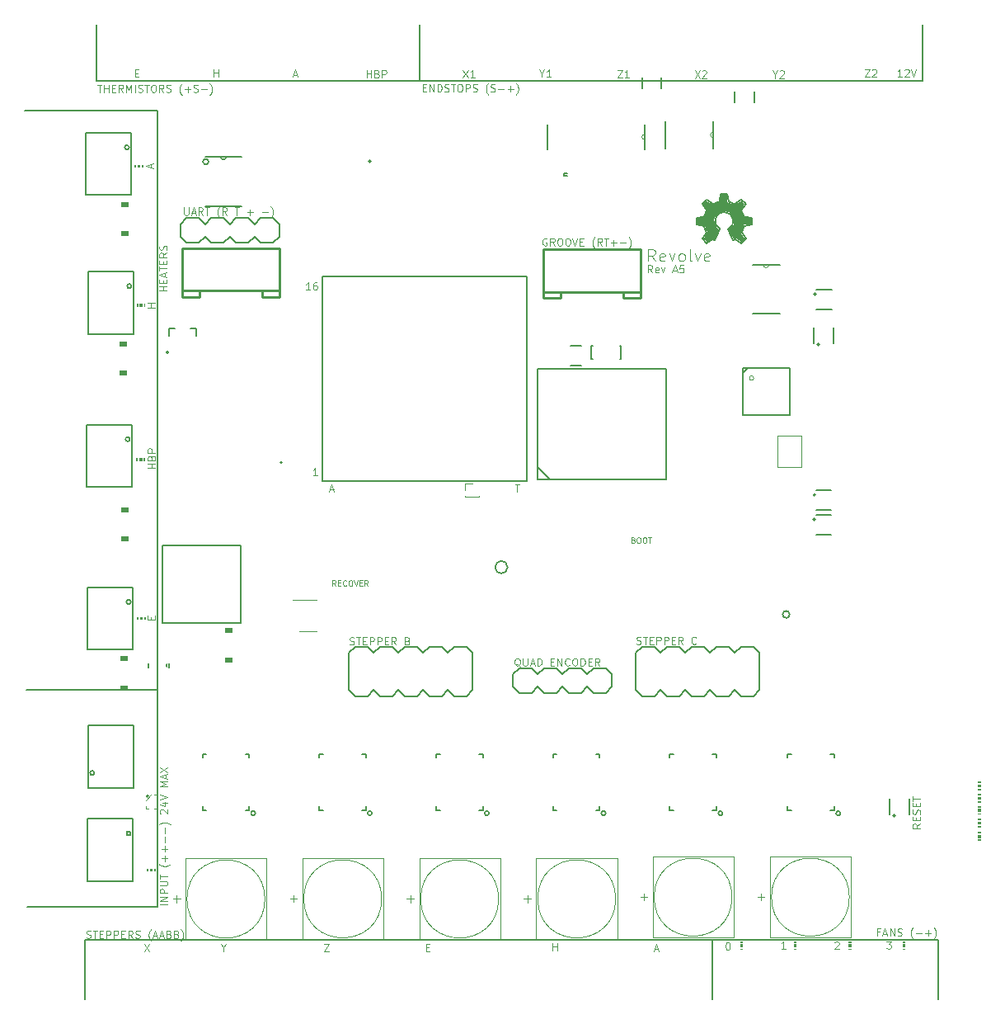
<source format=gto>
G04 #@! TF.GenerationSoftware,KiCad,Pcbnew,5.1.0+dfsg1-1*
G04 #@! TF.CreationDate,2019-04-17T23:21:45+02:00*
G04 #@! TF.ProjectId,Revolve_A5,5265766f-6c76-4655-9f41-352e6b696361,rev?*
G04 #@! TF.SameCoordinates,Original*
G04 #@! TF.FileFunction,Legend,Top*
G04 #@! TF.FilePolarity,Positive*
%FSLAX46Y46*%
G04 Gerber Fmt 4.6, Leading zero omitted, Abs format (unit mm)*
G04 Created by KiCad (PCBNEW 5.1.0+dfsg1-1) date 2019-04-17 23:21:45*
%MOMM*%
%LPD*%
G04 APERTURE LIST*
%ADD10C,0.065024*%
%ADD11C,0.048768*%
%ADD12C,0.101600*%
%ADD13C,0.150000*%
%ADD14C,0.120000*%
%ADD15C,0.100000*%
%ADD16C,0.127000*%
%ADD17C,0.152400*%
%ADD18C,0.203200*%
%ADD19C,0.254000*%
%ADD20C,0.200000*%
%ADD21C,0.080000*%
%ADD22C,0.097536*%
G04 APERTURE END LIST*
D10*
X151960246Y-76956440D02*
X151886707Y-76919670D01*
X151776399Y-76919670D01*
X151666090Y-76956440D01*
X151592551Y-77029979D01*
X151555782Y-77103518D01*
X151519012Y-77250596D01*
X151519012Y-77360904D01*
X151555782Y-77507982D01*
X151592551Y-77581521D01*
X151666090Y-77655060D01*
X151776399Y-77691830D01*
X151849938Y-77691830D01*
X151960246Y-77655060D01*
X151997016Y-77618291D01*
X151997016Y-77360904D01*
X151849938Y-77360904D01*
X152769176Y-77691830D02*
X152511789Y-77324135D01*
X152327942Y-77691830D02*
X152327942Y-76919670D01*
X152622098Y-76919670D01*
X152695637Y-76956440D01*
X152732406Y-76993209D01*
X152769176Y-77066748D01*
X152769176Y-77177057D01*
X152732406Y-77250596D01*
X152695637Y-77287365D01*
X152622098Y-77324135D01*
X152327942Y-77324135D01*
X153247180Y-76919670D02*
X153394258Y-76919670D01*
X153467797Y-76956440D01*
X153541336Y-77029979D01*
X153578106Y-77177057D01*
X153578106Y-77434443D01*
X153541336Y-77581521D01*
X153467797Y-77655060D01*
X153394258Y-77691830D01*
X153247180Y-77691830D01*
X153173641Y-77655060D01*
X153100102Y-77581521D01*
X153063332Y-77434443D01*
X153063332Y-77177057D01*
X153100102Y-77029979D01*
X153173641Y-76956440D01*
X153247180Y-76919670D01*
X154056109Y-76919670D02*
X154203187Y-76919670D01*
X154276726Y-76956440D01*
X154350266Y-77029979D01*
X154387035Y-77177057D01*
X154387035Y-77434443D01*
X154350266Y-77581521D01*
X154276726Y-77655060D01*
X154203187Y-77691830D01*
X154056109Y-77691830D01*
X153982570Y-77655060D01*
X153909031Y-77581521D01*
X153872262Y-77434443D01*
X153872262Y-77177057D01*
X153909031Y-77029979D01*
X153982570Y-76956440D01*
X154056109Y-76919670D01*
X154607652Y-76919670D02*
X154865039Y-77691830D01*
X155122426Y-76919670D01*
X155379812Y-77287365D02*
X155637199Y-77287365D01*
X155747507Y-77691830D02*
X155379812Y-77691830D01*
X155379812Y-76919670D01*
X155747507Y-76919670D01*
X156887363Y-77985986D02*
X156850593Y-77949217D01*
X156777054Y-77838908D01*
X156740285Y-77765369D01*
X156703515Y-77655060D01*
X156666746Y-77471213D01*
X156666746Y-77324135D01*
X156703515Y-77140287D01*
X156740285Y-77029979D01*
X156777054Y-76956440D01*
X156850593Y-76846131D01*
X156887363Y-76809361D01*
X157622753Y-77691830D02*
X157365366Y-77324135D01*
X157181519Y-77691830D02*
X157181519Y-76919670D01*
X157475675Y-76919670D01*
X157549214Y-76956440D01*
X157585984Y-76993209D01*
X157622753Y-77066748D01*
X157622753Y-77177057D01*
X157585984Y-77250596D01*
X157549214Y-77287365D01*
X157475675Y-77324135D01*
X157181519Y-77324135D01*
X157843370Y-76919670D02*
X158284605Y-76919670D01*
X158063987Y-77691830D02*
X158063987Y-76919670D01*
X158541991Y-77397674D02*
X159130304Y-77397674D01*
X158836147Y-77691830D02*
X158836147Y-77103518D01*
X159497999Y-77397674D02*
X160086311Y-77397674D01*
X160380467Y-77985986D02*
X160417237Y-77949217D01*
X160490776Y-77838908D01*
X160527546Y-77765369D01*
X160564315Y-77655060D01*
X160601085Y-77471213D01*
X160601085Y-77324135D01*
X160564315Y-77140287D01*
X160527546Y-77029979D01*
X160490776Y-76956440D01*
X160417237Y-76846131D01*
X160380467Y-76809361D01*
D11*
X130305179Y-112601022D02*
X130112139Y-112325251D01*
X129974253Y-112601022D02*
X129974253Y-112021902D01*
X130194871Y-112021902D01*
X130250025Y-112049480D01*
X130277602Y-112077057D01*
X130305179Y-112132211D01*
X130305179Y-112214942D01*
X130277602Y-112270097D01*
X130250025Y-112297674D01*
X130194871Y-112325251D01*
X129974253Y-112325251D01*
X130553373Y-112297674D02*
X130746413Y-112297674D01*
X130829145Y-112601022D02*
X130553373Y-112601022D01*
X130553373Y-112021902D01*
X130829145Y-112021902D01*
X131408265Y-112545868D02*
X131380688Y-112573445D01*
X131297956Y-112601022D01*
X131242802Y-112601022D01*
X131160071Y-112573445D01*
X131104916Y-112518291D01*
X131077339Y-112463137D01*
X131049762Y-112352828D01*
X131049762Y-112270097D01*
X131077339Y-112159788D01*
X131104916Y-112104634D01*
X131160071Y-112049480D01*
X131242802Y-112021902D01*
X131297956Y-112021902D01*
X131380688Y-112049480D01*
X131408265Y-112077057D01*
X131766768Y-112021902D02*
X131877076Y-112021902D01*
X131932231Y-112049480D01*
X131987385Y-112104634D01*
X132014962Y-112214942D01*
X132014962Y-112407982D01*
X131987385Y-112518291D01*
X131932231Y-112573445D01*
X131877076Y-112601022D01*
X131766768Y-112601022D01*
X131711613Y-112573445D01*
X131656459Y-112518291D01*
X131628882Y-112407982D01*
X131628882Y-112214942D01*
X131656459Y-112104634D01*
X131711613Y-112049480D01*
X131766768Y-112021902D01*
X132180425Y-112021902D02*
X132373465Y-112601022D01*
X132566505Y-112021902D01*
X132759545Y-112297674D02*
X132952585Y-112297674D01*
X133035316Y-112601022D02*
X132759545Y-112601022D01*
X132759545Y-112021902D01*
X133035316Y-112021902D01*
X133614436Y-112601022D02*
X133421396Y-112325251D01*
X133283511Y-112601022D02*
X133283511Y-112021902D01*
X133504128Y-112021902D01*
X133559282Y-112049480D01*
X133586859Y-112077057D01*
X133614436Y-112132211D01*
X133614436Y-112214942D01*
X133586859Y-112270097D01*
X133559282Y-112297674D01*
X133504128Y-112325251D01*
X133283511Y-112325251D01*
D12*
X163097399Y-79271147D02*
X162695232Y-78696623D01*
X162407970Y-79271147D02*
X162407970Y-78064647D01*
X162867589Y-78064647D01*
X162982494Y-78122100D01*
X163039947Y-78179552D01*
X163097399Y-78294457D01*
X163097399Y-78466814D01*
X163039947Y-78581719D01*
X162982494Y-78639171D01*
X162867589Y-78696623D01*
X162407970Y-78696623D01*
X164074089Y-79213695D02*
X163959185Y-79271147D01*
X163729375Y-79271147D01*
X163614470Y-79213695D01*
X163557018Y-79098790D01*
X163557018Y-78639171D01*
X163614470Y-78524266D01*
X163729375Y-78466814D01*
X163959185Y-78466814D01*
X164074089Y-78524266D01*
X164131542Y-78639171D01*
X164131542Y-78754076D01*
X163557018Y-78868980D01*
X164533709Y-78466814D02*
X164820970Y-79271147D01*
X165108232Y-78466814D01*
X165740209Y-79271147D02*
X165625304Y-79213695D01*
X165567851Y-79156242D01*
X165510399Y-79041338D01*
X165510399Y-78696623D01*
X165567851Y-78581719D01*
X165625304Y-78524266D01*
X165740209Y-78466814D01*
X165912566Y-78466814D01*
X166027470Y-78524266D01*
X166084923Y-78581719D01*
X166142375Y-78696623D01*
X166142375Y-79041338D01*
X166084923Y-79156242D01*
X166027470Y-79213695D01*
X165912566Y-79271147D01*
X165740209Y-79271147D01*
X166831804Y-79271147D02*
X166716899Y-79213695D01*
X166659447Y-79098790D01*
X166659447Y-78064647D01*
X167176518Y-78466814D02*
X167463780Y-79271147D01*
X167751042Y-78466814D01*
X168670280Y-79213695D02*
X168555375Y-79271147D01*
X168325566Y-79271147D01*
X168210661Y-79213695D01*
X168153209Y-79098790D01*
X168153209Y-78639171D01*
X168210661Y-78524266D01*
X168325566Y-78466814D01*
X168555375Y-78466814D01*
X168670280Y-78524266D01*
X168727732Y-78639171D01*
X168727732Y-78754076D01*
X168153209Y-78868980D01*
D13*
X104554669Y-154978600D02*
X104554669Y-148928600D01*
X104554669Y-148928600D02*
X169004669Y-148928600D01*
X169004669Y-148928600D02*
X169004669Y-154978600D01*
D10*
X110657243Y-149319670D02*
X111172016Y-150091830D01*
X111172016Y-149319670D02*
X110657243Y-150091830D01*
X118777860Y-149724135D02*
X118777860Y-150091830D01*
X118520473Y-149319670D02*
X118777860Y-149724135D01*
X119035246Y-149319670D01*
X129057243Y-149319670D02*
X129572016Y-149319670D01*
X129057243Y-150091830D01*
X129572016Y-150091830D01*
X139580782Y-149687365D02*
X139838168Y-149687365D01*
X139948477Y-150091830D02*
X139580782Y-150091830D01*
X139580782Y-149319670D01*
X139948477Y-149319670D01*
X152580782Y-150041830D02*
X152580782Y-149269670D01*
X152580782Y-149637365D02*
X153022016Y-149637365D01*
X153022016Y-150041830D02*
X153022016Y-149269670D01*
X163044012Y-149871213D02*
X163411707Y-149871213D01*
X162970473Y-150091830D02*
X163227860Y-149319670D01*
X163485246Y-150091830D01*
D13*
X169004669Y-148928600D02*
X192154669Y-148928600D01*
X192154669Y-148928600D02*
X192154669Y-154978600D01*
D10*
X186155740Y-148109525D02*
X185898353Y-148109525D01*
X185898353Y-148513990D02*
X185898353Y-147741830D01*
X186266049Y-147741830D01*
X186523435Y-148293373D02*
X186891131Y-148293373D01*
X186449896Y-148513990D02*
X186707283Y-147741830D01*
X186964670Y-148513990D01*
X187222056Y-148513990D02*
X187222056Y-147741830D01*
X187663291Y-148513990D01*
X187663291Y-147741830D01*
X187994216Y-148477220D02*
X188104525Y-148513990D01*
X188288372Y-148513990D01*
X188361911Y-148477220D01*
X188398681Y-148440451D01*
X188435451Y-148366912D01*
X188435451Y-148293373D01*
X188398681Y-148219834D01*
X188361911Y-148183064D01*
X188288372Y-148146295D01*
X188141294Y-148109525D01*
X188067755Y-148072756D01*
X188030986Y-148035986D01*
X187994216Y-147962447D01*
X187994216Y-147888908D01*
X188030986Y-147815369D01*
X188067755Y-147778600D01*
X188141294Y-147741830D01*
X188325142Y-147741830D01*
X188435451Y-147778600D01*
X189575306Y-148808146D02*
X189538536Y-148771377D01*
X189464997Y-148661068D01*
X189428228Y-148587529D01*
X189391458Y-148477220D01*
X189354689Y-148293373D01*
X189354689Y-148146295D01*
X189391458Y-147962447D01*
X189428228Y-147852139D01*
X189464997Y-147778600D01*
X189538536Y-147668291D01*
X189575306Y-147631521D01*
X189869462Y-148219834D02*
X190457774Y-148219834D01*
X190825470Y-148219834D02*
X191413782Y-148219834D01*
X191119626Y-148513990D02*
X191119626Y-147925678D01*
X191707938Y-148808146D02*
X191744708Y-148771377D01*
X191818247Y-148661068D01*
X191855016Y-148587529D01*
X191891786Y-148477220D01*
X191928555Y-148293373D01*
X191928555Y-148146295D01*
X191891786Y-147962447D01*
X191855016Y-147852139D01*
X191818247Y-147778600D01*
X191744708Y-147668291D01*
X191707938Y-147631521D01*
X170527860Y-149169670D02*
X170601399Y-149169670D01*
X170674938Y-149206440D01*
X170711707Y-149243209D01*
X170748477Y-149316748D01*
X170785246Y-149463826D01*
X170785246Y-149647674D01*
X170748477Y-149794752D01*
X170711707Y-149868291D01*
X170674938Y-149905060D01*
X170601399Y-149941830D01*
X170527860Y-149941830D01*
X170454321Y-149905060D01*
X170417551Y-149868291D01*
X170380782Y-149794752D01*
X170344012Y-149647674D01*
X170344012Y-149463826D01*
X170380782Y-149316748D01*
X170417551Y-149243209D01*
X170454321Y-149206440D01*
X170527860Y-149169670D01*
X176485246Y-149841830D02*
X176044012Y-149841830D01*
X176264629Y-149841830D02*
X176264629Y-149069670D01*
X176191090Y-149179979D01*
X176117551Y-149253518D01*
X176044012Y-149290287D01*
X181544012Y-149193209D02*
X181580782Y-149156440D01*
X181654321Y-149119670D01*
X181838168Y-149119670D01*
X181911707Y-149156440D01*
X181948477Y-149193209D01*
X181985246Y-149266748D01*
X181985246Y-149340287D01*
X181948477Y-149450596D01*
X181507243Y-149891830D01*
X181985246Y-149891830D01*
X186857243Y-149069670D02*
X187335246Y-149069670D01*
X187077860Y-149363826D01*
X187188168Y-149363826D01*
X187261707Y-149400596D01*
X187298477Y-149437365D01*
X187335246Y-149510904D01*
X187335246Y-149694752D01*
X187298477Y-149768291D01*
X187261707Y-149805060D01*
X187188168Y-149841830D01*
X186967551Y-149841830D01*
X186894012Y-149805060D01*
X186857243Y-149768291D01*
X104694012Y-148705060D02*
X104804321Y-148741830D01*
X104988168Y-148741830D01*
X105061707Y-148705060D01*
X105098477Y-148668291D01*
X105135246Y-148594752D01*
X105135246Y-148521213D01*
X105098477Y-148447674D01*
X105061707Y-148410904D01*
X104988168Y-148374135D01*
X104841090Y-148337365D01*
X104767551Y-148300596D01*
X104730782Y-148263826D01*
X104694012Y-148190287D01*
X104694012Y-148116748D01*
X104730782Y-148043209D01*
X104767551Y-148006440D01*
X104841090Y-147969670D01*
X105024938Y-147969670D01*
X105135246Y-148006440D01*
X105355864Y-147969670D02*
X105797098Y-147969670D01*
X105576481Y-148741830D02*
X105576481Y-147969670D01*
X106054485Y-148337365D02*
X106311871Y-148337365D01*
X106422180Y-148741830D02*
X106054485Y-148741830D01*
X106054485Y-147969670D01*
X106422180Y-147969670D01*
X106753106Y-148741830D02*
X106753106Y-147969670D01*
X107047262Y-147969670D01*
X107120801Y-148006440D01*
X107157570Y-148043209D01*
X107194340Y-148116748D01*
X107194340Y-148227057D01*
X107157570Y-148300596D01*
X107120801Y-148337365D01*
X107047262Y-148374135D01*
X106753106Y-148374135D01*
X107525266Y-148741830D02*
X107525266Y-147969670D01*
X107819422Y-147969670D01*
X107892961Y-148006440D01*
X107929730Y-148043209D01*
X107966500Y-148116748D01*
X107966500Y-148227057D01*
X107929730Y-148300596D01*
X107892961Y-148337365D01*
X107819422Y-148374135D01*
X107525266Y-148374135D01*
X108297426Y-148337365D02*
X108554812Y-148337365D01*
X108665121Y-148741830D02*
X108297426Y-148741830D01*
X108297426Y-147969670D01*
X108665121Y-147969670D01*
X109437281Y-148741830D02*
X109179894Y-148374135D01*
X108996046Y-148741830D02*
X108996046Y-147969670D01*
X109290203Y-147969670D01*
X109363742Y-148006440D01*
X109400511Y-148043209D01*
X109437281Y-148116748D01*
X109437281Y-148227057D01*
X109400511Y-148300596D01*
X109363742Y-148337365D01*
X109290203Y-148374135D01*
X108996046Y-148374135D01*
X109731437Y-148705060D02*
X109841746Y-148741830D01*
X110025593Y-148741830D01*
X110099132Y-148705060D01*
X110135902Y-148668291D01*
X110172671Y-148594752D01*
X110172671Y-148521213D01*
X110135902Y-148447674D01*
X110099132Y-148410904D01*
X110025593Y-148374135D01*
X109878515Y-148337365D01*
X109804976Y-148300596D01*
X109768206Y-148263826D01*
X109731437Y-148190287D01*
X109731437Y-148116748D01*
X109768206Y-148043209D01*
X109804976Y-148006440D01*
X109878515Y-147969670D01*
X110062363Y-147969670D01*
X110172671Y-148006440D01*
X111312526Y-149035986D02*
X111275757Y-148999217D01*
X111202218Y-148888908D01*
X111165448Y-148815369D01*
X111128679Y-148705060D01*
X111091909Y-148521213D01*
X111091909Y-148374135D01*
X111128679Y-148190287D01*
X111165448Y-148079979D01*
X111202218Y-148006440D01*
X111275757Y-147896131D01*
X111312526Y-147859361D01*
X111569913Y-148521213D02*
X111937608Y-148521213D01*
X111496374Y-148741830D02*
X111753761Y-147969670D01*
X112011147Y-148741830D01*
X112231765Y-148521213D02*
X112599460Y-148521213D01*
X112158226Y-148741830D02*
X112415612Y-147969670D01*
X112672999Y-148741830D01*
X113187772Y-148337365D02*
X113298081Y-148374135D01*
X113334850Y-148410904D01*
X113371620Y-148484443D01*
X113371620Y-148594752D01*
X113334850Y-148668291D01*
X113298081Y-148705060D01*
X113224542Y-148741830D01*
X112930386Y-148741830D01*
X112930386Y-147969670D01*
X113187772Y-147969670D01*
X113261311Y-148006440D01*
X113298081Y-148043209D01*
X113334850Y-148116748D01*
X113334850Y-148190287D01*
X113298081Y-148263826D01*
X113261311Y-148300596D01*
X113187772Y-148337365D01*
X112930386Y-148337365D01*
X113959932Y-148337365D02*
X114070241Y-148374135D01*
X114107010Y-148410904D01*
X114143780Y-148484443D01*
X114143780Y-148594752D01*
X114107010Y-148668291D01*
X114070241Y-148705060D01*
X113996702Y-148741830D01*
X113702546Y-148741830D01*
X113702546Y-147969670D01*
X113959932Y-147969670D01*
X114033471Y-148006440D01*
X114070241Y-148043209D01*
X114107010Y-148116748D01*
X114107010Y-148190287D01*
X114070241Y-148263826D01*
X114033471Y-148300596D01*
X113959932Y-148337365D01*
X113702546Y-148337365D01*
X114401166Y-149035986D02*
X114437936Y-148999217D01*
X114511475Y-148888908D01*
X114548245Y-148815369D01*
X114585014Y-148705060D01*
X114621784Y-148521213D01*
X114621784Y-148374135D01*
X114585014Y-148190287D01*
X114548245Y-148079979D01*
X114511475Y-148006440D01*
X114437936Y-147896131D01*
X114401166Y-147859361D01*
D13*
X105704669Y-55028600D02*
X105704669Y-60778600D01*
X105704669Y-60778600D02*
X138954669Y-60778600D01*
X138954669Y-60778600D02*
X138954669Y-55028600D01*
X139004669Y-60778600D02*
X190554669Y-60778600D01*
X190554669Y-60778600D02*
X190554669Y-55028600D01*
D10*
X139230782Y-61487365D02*
X139488168Y-61487365D01*
X139598477Y-61891830D02*
X139230782Y-61891830D01*
X139230782Y-61119670D01*
X139598477Y-61119670D01*
X139929403Y-61891830D02*
X139929403Y-61119670D01*
X140370637Y-61891830D01*
X140370637Y-61119670D01*
X140738332Y-61891830D02*
X140738332Y-61119670D01*
X140922180Y-61119670D01*
X141032488Y-61156440D01*
X141106027Y-61229979D01*
X141142797Y-61303518D01*
X141179566Y-61450596D01*
X141179566Y-61560904D01*
X141142797Y-61707982D01*
X141106027Y-61781521D01*
X141032488Y-61855060D01*
X140922180Y-61891830D01*
X140738332Y-61891830D01*
X141473723Y-61855060D02*
X141584031Y-61891830D01*
X141767879Y-61891830D01*
X141841418Y-61855060D01*
X141878187Y-61818291D01*
X141914957Y-61744752D01*
X141914957Y-61671213D01*
X141878187Y-61597674D01*
X141841418Y-61560904D01*
X141767879Y-61524135D01*
X141620801Y-61487365D01*
X141547262Y-61450596D01*
X141510492Y-61413826D01*
X141473723Y-61340287D01*
X141473723Y-61266748D01*
X141510492Y-61193209D01*
X141547262Y-61156440D01*
X141620801Y-61119670D01*
X141804648Y-61119670D01*
X141914957Y-61156440D01*
X142135574Y-61119670D02*
X142576808Y-61119670D01*
X142356191Y-61891830D02*
X142356191Y-61119670D01*
X142981273Y-61119670D02*
X143128351Y-61119670D01*
X143201890Y-61156440D01*
X143275429Y-61229979D01*
X143312199Y-61377057D01*
X143312199Y-61634443D01*
X143275429Y-61781521D01*
X143201890Y-61855060D01*
X143128351Y-61891830D01*
X142981273Y-61891830D01*
X142907734Y-61855060D01*
X142834195Y-61781521D01*
X142797426Y-61634443D01*
X142797426Y-61377057D01*
X142834195Y-61229979D01*
X142907734Y-61156440D01*
X142981273Y-61119670D01*
X143643125Y-61891830D02*
X143643125Y-61119670D01*
X143937281Y-61119670D01*
X144010820Y-61156440D01*
X144047589Y-61193209D01*
X144084359Y-61266748D01*
X144084359Y-61377057D01*
X144047589Y-61450596D01*
X144010820Y-61487365D01*
X143937281Y-61524135D01*
X143643125Y-61524135D01*
X144378515Y-61855060D02*
X144488824Y-61891830D01*
X144672671Y-61891830D01*
X144746210Y-61855060D01*
X144782980Y-61818291D01*
X144819749Y-61744752D01*
X144819749Y-61671213D01*
X144782980Y-61597674D01*
X144746210Y-61560904D01*
X144672671Y-61524135D01*
X144525593Y-61487365D01*
X144452054Y-61450596D01*
X144415285Y-61413826D01*
X144378515Y-61340287D01*
X144378515Y-61266748D01*
X144415285Y-61193209D01*
X144452054Y-61156440D01*
X144525593Y-61119670D01*
X144709441Y-61119670D01*
X144819749Y-61156440D01*
X145959605Y-62185986D02*
X145922835Y-62149217D01*
X145849296Y-62038908D01*
X145812526Y-61965369D01*
X145775757Y-61855060D01*
X145738987Y-61671213D01*
X145738987Y-61524135D01*
X145775757Y-61340287D01*
X145812526Y-61229979D01*
X145849296Y-61156440D01*
X145922835Y-61046131D01*
X145959605Y-61009361D01*
X146216991Y-61855060D02*
X146327300Y-61891830D01*
X146511147Y-61891830D01*
X146584686Y-61855060D01*
X146621456Y-61818291D01*
X146658226Y-61744752D01*
X146658226Y-61671213D01*
X146621456Y-61597674D01*
X146584686Y-61560904D01*
X146511147Y-61524135D01*
X146364069Y-61487365D01*
X146290530Y-61450596D01*
X146253761Y-61413826D01*
X146216991Y-61340287D01*
X146216991Y-61266748D01*
X146253761Y-61193209D01*
X146290530Y-61156440D01*
X146364069Y-61119670D01*
X146547917Y-61119670D01*
X146658226Y-61156440D01*
X146989151Y-61597674D02*
X147577464Y-61597674D01*
X147945159Y-61597674D02*
X148533471Y-61597674D01*
X148239315Y-61891830D02*
X148239315Y-61303518D01*
X148827627Y-62185986D02*
X148864397Y-62149217D01*
X148937936Y-62038908D01*
X148974706Y-61965369D01*
X149011475Y-61855060D01*
X149048245Y-61671213D01*
X149048245Y-61524135D01*
X149011475Y-61340287D01*
X148974706Y-61229979D01*
X148937936Y-61156440D01*
X148864397Y-61046131D01*
X148827627Y-61009361D01*
X105820473Y-61169670D02*
X106261707Y-61169670D01*
X106041090Y-61941830D02*
X106041090Y-61169670D01*
X106519094Y-61941830D02*
X106519094Y-61169670D01*
X106519094Y-61537365D02*
X106960328Y-61537365D01*
X106960328Y-61941830D02*
X106960328Y-61169670D01*
X107328024Y-61537365D02*
X107585410Y-61537365D01*
X107695719Y-61941830D02*
X107328024Y-61941830D01*
X107328024Y-61169670D01*
X107695719Y-61169670D01*
X108467879Y-61941830D02*
X108210492Y-61574135D01*
X108026645Y-61941830D02*
X108026645Y-61169670D01*
X108320801Y-61169670D01*
X108394340Y-61206440D01*
X108431109Y-61243209D01*
X108467879Y-61316748D01*
X108467879Y-61427057D01*
X108431109Y-61500596D01*
X108394340Y-61537365D01*
X108320801Y-61574135D01*
X108026645Y-61574135D01*
X108798805Y-61941830D02*
X108798805Y-61169670D01*
X109056191Y-61721213D01*
X109313578Y-61169670D01*
X109313578Y-61941830D01*
X109681273Y-61941830D02*
X109681273Y-61169670D01*
X110012199Y-61905060D02*
X110122507Y-61941830D01*
X110306355Y-61941830D01*
X110379894Y-61905060D01*
X110416664Y-61868291D01*
X110453433Y-61794752D01*
X110453433Y-61721213D01*
X110416664Y-61647674D01*
X110379894Y-61610904D01*
X110306355Y-61574135D01*
X110159277Y-61537365D01*
X110085738Y-61500596D01*
X110048968Y-61463826D01*
X110012199Y-61390287D01*
X110012199Y-61316748D01*
X110048968Y-61243209D01*
X110085738Y-61206440D01*
X110159277Y-61169670D01*
X110343125Y-61169670D01*
X110453433Y-61206440D01*
X110674050Y-61169670D02*
X111115285Y-61169670D01*
X110894667Y-61941830D02*
X110894667Y-61169670D01*
X111519749Y-61169670D02*
X111666827Y-61169670D01*
X111740366Y-61206440D01*
X111813906Y-61279979D01*
X111850675Y-61427057D01*
X111850675Y-61684443D01*
X111813906Y-61831521D01*
X111740366Y-61905060D01*
X111666827Y-61941830D01*
X111519749Y-61941830D01*
X111446210Y-61905060D01*
X111372671Y-61831521D01*
X111335902Y-61684443D01*
X111335902Y-61427057D01*
X111372671Y-61279979D01*
X111446210Y-61206440D01*
X111519749Y-61169670D01*
X112622835Y-61941830D02*
X112365448Y-61574135D01*
X112181601Y-61941830D02*
X112181601Y-61169670D01*
X112475757Y-61169670D01*
X112549296Y-61206440D01*
X112586066Y-61243209D01*
X112622835Y-61316748D01*
X112622835Y-61427057D01*
X112586066Y-61500596D01*
X112549296Y-61537365D01*
X112475757Y-61574135D01*
X112181601Y-61574135D01*
X112916991Y-61905060D02*
X113027300Y-61941830D01*
X113211147Y-61941830D01*
X113284686Y-61905060D01*
X113321456Y-61868291D01*
X113358226Y-61794752D01*
X113358226Y-61721213D01*
X113321456Y-61647674D01*
X113284686Y-61610904D01*
X113211147Y-61574135D01*
X113064069Y-61537365D01*
X112990530Y-61500596D01*
X112953761Y-61463826D01*
X112916991Y-61390287D01*
X112916991Y-61316748D01*
X112953761Y-61243209D01*
X112990530Y-61206440D01*
X113064069Y-61169670D01*
X113247917Y-61169670D01*
X113358226Y-61206440D01*
X114498081Y-62235986D02*
X114461311Y-62199217D01*
X114387772Y-62088908D01*
X114351003Y-62015369D01*
X114314233Y-61905060D01*
X114277464Y-61721213D01*
X114277464Y-61574135D01*
X114314233Y-61390287D01*
X114351003Y-61279979D01*
X114387772Y-61206440D01*
X114461311Y-61096131D01*
X114498081Y-61059361D01*
X114792237Y-61647674D02*
X115380549Y-61647674D01*
X115086393Y-61941830D02*
X115086393Y-61353518D01*
X115711475Y-61905060D02*
X115821784Y-61941830D01*
X116005631Y-61941830D01*
X116079170Y-61905060D01*
X116115940Y-61868291D01*
X116152709Y-61794752D01*
X116152709Y-61721213D01*
X116115940Y-61647674D01*
X116079170Y-61610904D01*
X116005631Y-61574135D01*
X115858553Y-61537365D01*
X115785014Y-61500596D01*
X115748245Y-61463826D01*
X115711475Y-61390287D01*
X115711475Y-61316748D01*
X115748245Y-61243209D01*
X115785014Y-61206440D01*
X115858553Y-61169670D01*
X116042401Y-61169670D01*
X116152709Y-61206440D01*
X116483635Y-61647674D02*
X117071947Y-61647674D01*
X117366104Y-62235986D02*
X117402873Y-62199217D01*
X117476412Y-62088908D01*
X117513182Y-62015369D01*
X117549951Y-61905060D01*
X117586721Y-61721213D01*
X117586721Y-61574135D01*
X117549951Y-61390287D01*
X117513182Y-61279979D01*
X117476412Y-61206440D01*
X117402873Y-61096131D01*
X117366104Y-61059361D01*
D13*
X98554669Y-123228600D02*
X111954669Y-123228600D01*
X111954669Y-123228600D02*
X111954669Y-63828600D01*
X111954669Y-63828600D02*
X98354669Y-63828600D01*
X98625000Y-145525000D02*
X111975000Y-145525000D01*
X111954669Y-145528600D02*
X111954669Y-123228600D01*
D10*
X113017899Y-145302486D02*
X112245739Y-145302486D01*
X113017899Y-144934791D02*
X112245739Y-144934791D01*
X113017899Y-144493557D01*
X112245739Y-144493557D01*
X113017899Y-144125862D02*
X112245739Y-144125862D01*
X112245739Y-143831705D01*
X112282509Y-143758166D01*
X112319278Y-143721397D01*
X112392817Y-143684627D01*
X112503126Y-143684627D01*
X112576665Y-143721397D01*
X112613434Y-143758166D01*
X112650204Y-143831705D01*
X112650204Y-144125862D01*
X112245739Y-143353702D02*
X112870821Y-143353702D01*
X112944360Y-143316932D01*
X112981129Y-143280162D01*
X113017899Y-143206623D01*
X113017899Y-143059545D01*
X112981129Y-142986006D01*
X112944360Y-142949237D01*
X112870821Y-142912467D01*
X112245739Y-142912467D01*
X112245739Y-142655081D02*
X112245739Y-142213846D01*
X113017899Y-142434463D02*
X112245739Y-142434463D01*
X113312055Y-141147530D02*
X113275286Y-141184300D01*
X113164977Y-141257839D01*
X113091438Y-141294608D01*
X112981129Y-141331378D01*
X112797282Y-141368147D01*
X112650204Y-141368147D01*
X112466356Y-141331378D01*
X112356048Y-141294608D01*
X112282509Y-141257839D01*
X112172200Y-141184300D01*
X112135430Y-141147530D01*
X112723743Y-140853374D02*
X112723743Y-140265062D01*
X113017899Y-140559218D02*
X112429587Y-140559218D01*
X112723743Y-139897366D02*
X112723743Y-139309054D01*
X113017899Y-139603210D02*
X112429587Y-139603210D01*
X112723743Y-138941359D02*
X112723743Y-138353046D01*
X112723743Y-137985351D02*
X112723743Y-137397039D01*
X113312055Y-137102882D02*
X113275286Y-137066113D01*
X113164977Y-136992574D01*
X113091438Y-136955804D01*
X112981129Y-136919035D01*
X112797282Y-136882265D01*
X112650204Y-136882265D01*
X112466356Y-136919035D01*
X112356048Y-136955804D01*
X112282509Y-136992574D01*
X112172200Y-137066113D01*
X112135430Y-137102882D01*
X112319278Y-135963027D02*
X112282509Y-135926258D01*
X112245739Y-135852719D01*
X112245739Y-135668871D01*
X112282509Y-135595332D01*
X112319278Y-135558562D01*
X112392817Y-135521793D01*
X112466356Y-135521793D01*
X112576665Y-135558562D01*
X113017899Y-135999797D01*
X113017899Y-135521793D01*
X112503126Y-134859942D02*
X113017899Y-134859942D01*
X112208969Y-135043789D02*
X112760512Y-135227637D01*
X112760512Y-134749633D01*
X112245739Y-134565785D02*
X113017899Y-134308399D01*
X112245739Y-134051012D01*
X113017899Y-133205313D02*
X112245739Y-133205313D01*
X112797282Y-132947926D01*
X112245739Y-132690540D01*
X113017899Y-132690540D01*
X112797282Y-132359614D02*
X112797282Y-131991919D01*
X113017899Y-132433153D02*
X112245739Y-132175766D01*
X113017899Y-131918380D01*
X112245739Y-131734532D02*
X113017899Y-131219759D01*
X112245739Y-131219759D02*
X113017899Y-131734532D01*
X112963230Y-82323886D02*
X112191070Y-82323886D01*
X112558765Y-82323886D02*
X112558765Y-81882652D01*
X112963230Y-81882652D02*
X112191070Y-81882652D01*
X112558765Y-81514957D02*
X112558765Y-81257570D01*
X112963230Y-81147262D02*
X112963230Y-81514957D01*
X112191070Y-81514957D01*
X112191070Y-81147262D01*
X112742613Y-80853105D02*
X112742613Y-80485410D01*
X112963230Y-80926644D02*
X112191070Y-80669258D01*
X112963230Y-80411871D01*
X112191070Y-80264793D02*
X112191070Y-79823559D01*
X112963230Y-80044176D02*
X112191070Y-80044176D01*
X112558765Y-79566172D02*
X112558765Y-79308785D01*
X112963230Y-79198477D02*
X112963230Y-79566172D01*
X112191070Y-79566172D01*
X112191070Y-79198477D01*
X112963230Y-78426317D02*
X112595535Y-78683703D01*
X112963230Y-78867551D02*
X112191070Y-78867551D01*
X112191070Y-78573395D01*
X112227840Y-78499856D01*
X112264609Y-78463086D01*
X112338148Y-78426317D01*
X112448457Y-78426317D01*
X112521996Y-78463086D01*
X112558765Y-78499856D01*
X112595535Y-78573395D01*
X112595535Y-78867551D01*
X112926460Y-78132161D02*
X112963230Y-78021852D01*
X112963230Y-77838004D01*
X112926460Y-77764465D01*
X112889691Y-77727696D01*
X112816152Y-77690926D01*
X112742613Y-77690926D01*
X112669074Y-77727696D01*
X112632304Y-77764465D01*
X112595535Y-77838004D01*
X112558765Y-77985082D01*
X112521996Y-78058622D01*
X112485226Y-78095391D01*
X112411687Y-78132161D01*
X112338148Y-78132161D01*
X112264609Y-78095391D01*
X112227840Y-78058622D01*
X112191070Y-77985082D01*
X112191070Y-77801235D01*
X112227840Y-77690926D01*
X188435246Y-60341830D02*
X187994012Y-60341830D01*
X188214629Y-60341830D02*
X188214629Y-59569670D01*
X188141090Y-59679979D01*
X188067551Y-59753518D01*
X187994012Y-59790287D01*
X188729403Y-59643209D02*
X188766172Y-59606440D01*
X188839711Y-59569670D01*
X189023559Y-59569670D01*
X189097098Y-59606440D01*
X189133867Y-59643209D01*
X189170637Y-59716748D01*
X189170637Y-59790287D01*
X189133867Y-59900596D01*
X188692633Y-60341830D01*
X189170637Y-60341830D01*
X189391254Y-59569670D02*
X189648641Y-60341830D01*
X189906027Y-59569670D01*
X143357243Y-59669670D02*
X143872016Y-60441830D01*
X143872016Y-59669670D02*
X143357243Y-60441830D01*
X144570637Y-60441830D02*
X144129403Y-60441830D01*
X144350020Y-60441830D02*
X144350020Y-59669670D01*
X144276481Y-59779979D01*
X144202942Y-59853518D01*
X144129403Y-59890287D01*
X151477860Y-60024135D02*
X151477860Y-60391830D01*
X151220473Y-59619670D02*
X151477860Y-60024135D01*
X151735246Y-59619670D01*
X152397098Y-60391830D02*
X151955864Y-60391830D01*
X152176481Y-60391830D02*
X152176481Y-59619670D01*
X152102942Y-59729979D01*
X152029403Y-59803518D01*
X151955864Y-59840287D01*
X159207243Y-59669670D02*
X159722016Y-59669670D01*
X159207243Y-60441830D01*
X159722016Y-60441830D01*
X160420637Y-60441830D02*
X159979403Y-60441830D01*
X160200020Y-60441830D02*
X160200020Y-59669670D01*
X160126481Y-59779979D01*
X160052942Y-59853518D01*
X159979403Y-59890287D01*
X167157243Y-59719670D02*
X167672016Y-60491830D01*
X167672016Y-59719670D02*
X167157243Y-60491830D01*
X167929403Y-59793209D02*
X167966172Y-59756440D01*
X168039711Y-59719670D01*
X168223559Y-59719670D01*
X168297098Y-59756440D01*
X168333867Y-59793209D01*
X168370637Y-59866748D01*
X168370637Y-59940287D01*
X168333867Y-60050596D01*
X167892633Y-60491830D01*
X168370637Y-60491830D01*
X175427860Y-60124135D02*
X175427860Y-60491830D01*
X175170473Y-59719670D02*
X175427860Y-60124135D01*
X175685246Y-59719670D01*
X175905864Y-59793209D02*
X175942633Y-59756440D01*
X176016172Y-59719670D01*
X176200020Y-59719670D01*
X176273559Y-59756440D01*
X176310328Y-59793209D01*
X176347098Y-59866748D01*
X176347098Y-59940287D01*
X176310328Y-60050596D01*
X175869094Y-60491830D01*
X176347098Y-60491830D01*
X184607243Y-59569670D02*
X185122016Y-59569670D01*
X184607243Y-60341830D01*
X185122016Y-60341830D01*
X185379403Y-59643209D02*
X185416172Y-59606440D01*
X185489711Y-59569670D01*
X185673559Y-59569670D01*
X185747098Y-59606440D01*
X185783867Y-59643209D01*
X185820637Y-59716748D01*
X185820637Y-59790287D01*
X185783867Y-59900596D01*
X185342633Y-60341830D01*
X185820637Y-60341830D01*
X109680782Y-59987365D02*
X109938168Y-59987365D01*
X110048477Y-60391830D02*
X109680782Y-60391830D01*
X109680782Y-59619670D01*
X110048477Y-59619670D01*
X117780782Y-60341830D02*
X117780782Y-59569670D01*
X117780782Y-59937365D02*
X118222016Y-59937365D01*
X118222016Y-60341830D02*
X118222016Y-59569670D01*
X133480782Y-60441830D02*
X133480782Y-59669670D01*
X133480782Y-60037365D02*
X133922016Y-60037365D01*
X133922016Y-60441830D02*
X133922016Y-59669670D01*
X134547098Y-60037365D02*
X134657406Y-60074135D01*
X134694176Y-60110904D01*
X134730946Y-60184443D01*
X134730946Y-60294752D01*
X134694176Y-60368291D01*
X134657406Y-60405060D01*
X134583867Y-60441830D01*
X134289711Y-60441830D01*
X134289711Y-59669670D01*
X134547098Y-59669670D01*
X134620637Y-59706440D01*
X134657406Y-59743209D01*
X134694176Y-59816748D01*
X134694176Y-59890287D01*
X134657406Y-59963826D01*
X134620637Y-60000596D01*
X134547098Y-60037365D01*
X134289711Y-60037365D01*
X135061871Y-60441830D02*
X135061871Y-59669670D01*
X135356027Y-59669670D01*
X135429566Y-59706440D01*
X135466336Y-59743209D01*
X135503106Y-59816748D01*
X135503106Y-59927057D01*
X135466336Y-60000596D01*
X135429566Y-60037365D01*
X135356027Y-60074135D01*
X135061871Y-60074135D01*
X125944012Y-60171213D02*
X126311707Y-60171213D01*
X125870473Y-60391830D02*
X126127860Y-59619670D01*
X126385246Y-60391830D01*
X190317899Y-137011252D02*
X189950204Y-137268639D01*
X190317899Y-137452486D02*
X189545739Y-137452486D01*
X189545739Y-137158330D01*
X189582509Y-137084791D01*
X189619278Y-137048022D01*
X189692817Y-137011252D01*
X189803126Y-137011252D01*
X189876665Y-137048022D01*
X189913434Y-137084791D01*
X189950204Y-137158330D01*
X189950204Y-137452486D01*
X189913434Y-136680326D02*
X189913434Y-136422940D01*
X190317899Y-136312631D02*
X190317899Y-136680326D01*
X189545739Y-136680326D01*
X189545739Y-136312631D01*
X190281129Y-136018475D02*
X190317899Y-135908166D01*
X190317899Y-135724319D01*
X190281129Y-135650780D01*
X190244360Y-135614010D01*
X190170821Y-135577241D01*
X190097282Y-135577241D01*
X190023743Y-135614010D01*
X189986973Y-135650780D01*
X189950204Y-135724319D01*
X189913434Y-135871397D01*
X189876665Y-135944936D01*
X189839895Y-135981705D01*
X189766356Y-136018475D01*
X189692817Y-136018475D01*
X189619278Y-135981705D01*
X189582509Y-135944936D01*
X189545739Y-135871397D01*
X189545739Y-135687549D01*
X189582509Y-135577241D01*
X189913434Y-135246315D02*
X189913434Y-134988928D01*
X190317899Y-134878620D02*
X190317899Y-135246315D01*
X189545739Y-135246315D01*
X189545739Y-134878620D01*
X189545739Y-134658002D02*
X189545739Y-134216768D01*
X190317899Y-134437385D02*
X189545739Y-134437385D01*
D11*
X160867293Y-107897674D02*
X160950025Y-107925251D01*
X160977602Y-107952828D01*
X161005179Y-108007982D01*
X161005179Y-108090714D01*
X160977602Y-108145868D01*
X160950025Y-108173445D01*
X160894871Y-108201022D01*
X160674253Y-108201022D01*
X160674253Y-107621902D01*
X160867293Y-107621902D01*
X160922448Y-107649480D01*
X160950025Y-107677057D01*
X160977602Y-107732211D01*
X160977602Y-107787365D01*
X160950025Y-107842520D01*
X160922448Y-107870097D01*
X160867293Y-107897674D01*
X160674253Y-107897674D01*
X161363682Y-107621902D02*
X161473991Y-107621902D01*
X161529145Y-107649480D01*
X161584299Y-107704634D01*
X161611876Y-107814942D01*
X161611876Y-108007982D01*
X161584299Y-108118291D01*
X161529145Y-108173445D01*
X161473991Y-108201022D01*
X161363682Y-108201022D01*
X161308528Y-108173445D01*
X161253373Y-108118291D01*
X161225796Y-108007982D01*
X161225796Y-107814942D01*
X161253373Y-107704634D01*
X161308528Y-107649480D01*
X161363682Y-107621902D01*
X161970379Y-107621902D02*
X162080688Y-107621902D01*
X162135842Y-107649480D01*
X162190996Y-107704634D01*
X162218573Y-107814942D01*
X162218573Y-108007982D01*
X162190996Y-108118291D01*
X162135842Y-108173445D01*
X162080688Y-108201022D01*
X161970379Y-108201022D01*
X161915225Y-108173445D01*
X161860071Y-108118291D01*
X161832493Y-108007982D01*
X161832493Y-107814942D01*
X161860071Y-107704634D01*
X161915225Y-107649480D01*
X161970379Y-107621902D01*
X162384036Y-107621902D02*
X162714962Y-107621902D01*
X162549499Y-108201022D02*
X162549499Y-107621902D01*
D10*
X131744012Y-118605060D02*
X131854321Y-118641830D01*
X132038168Y-118641830D01*
X132111707Y-118605060D01*
X132148477Y-118568291D01*
X132185246Y-118494752D01*
X132185246Y-118421213D01*
X132148477Y-118347674D01*
X132111707Y-118310904D01*
X132038168Y-118274135D01*
X131891090Y-118237365D01*
X131817551Y-118200596D01*
X131780782Y-118163826D01*
X131744012Y-118090287D01*
X131744012Y-118016748D01*
X131780782Y-117943209D01*
X131817551Y-117906440D01*
X131891090Y-117869670D01*
X132074938Y-117869670D01*
X132185246Y-117906440D01*
X132405864Y-117869670D02*
X132847098Y-117869670D01*
X132626481Y-118641830D02*
X132626481Y-117869670D01*
X133104485Y-118237365D02*
X133361871Y-118237365D01*
X133472180Y-118641830D02*
X133104485Y-118641830D01*
X133104485Y-117869670D01*
X133472180Y-117869670D01*
X133803106Y-118641830D02*
X133803106Y-117869670D01*
X134097262Y-117869670D01*
X134170801Y-117906440D01*
X134207570Y-117943209D01*
X134244340Y-118016748D01*
X134244340Y-118127057D01*
X134207570Y-118200596D01*
X134170801Y-118237365D01*
X134097262Y-118274135D01*
X133803106Y-118274135D01*
X134575266Y-118641830D02*
X134575266Y-117869670D01*
X134869422Y-117869670D01*
X134942961Y-117906440D01*
X134979730Y-117943209D01*
X135016500Y-118016748D01*
X135016500Y-118127057D01*
X134979730Y-118200596D01*
X134942961Y-118237365D01*
X134869422Y-118274135D01*
X134575266Y-118274135D01*
X135347426Y-118237365D02*
X135604812Y-118237365D01*
X135715121Y-118641830D02*
X135347426Y-118641830D01*
X135347426Y-117869670D01*
X135715121Y-117869670D01*
X136487281Y-118641830D02*
X136229894Y-118274135D01*
X136046046Y-118641830D02*
X136046046Y-117869670D01*
X136340203Y-117869670D01*
X136413742Y-117906440D01*
X136450511Y-117943209D01*
X136487281Y-118016748D01*
X136487281Y-118127057D01*
X136450511Y-118200596D01*
X136413742Y-118237365D01*
X136340203Y-118274135D01*
X136046046Y-118274135D01*
X137663906Y-118237365D02*
X137774214Y-118274135D01*
X137810984Y-118310904D01*
X137847753Y-118384443D01*
X137847753Y-118494752D01*
X137810984Y-118568291D01*
X137774214Y-118605060D01*
X137700675Y-118641830D01*
X137406519Y-118641830D01*
X137406519Y-117869670D01*
X137663906Y-117869670D01*
X137737445Y-117906440D01*
X137774214Y-117943209D01*
X137810984Y-118016748D01*
X137810984Y-118090287D01*
X137774214Y-118163826D01*
X137737445Y-118200596D01*
X137663906Y-118237365D01*
X137406519Y-118237365D01*
X161194012Y-118555060D02*
X161304321Y-118591830D01*
X161488168Y-118591830D01*
X161561707Y-118555060D01*
X161598477Y-118518291D01*
X161635246Y-118444752D01*
X161635246Y-118371213D01*
X161598477Y-118297674D01*
X161561707Y-118260904D01*
X161488168Y-118224135D01*
X161341090Y-118187365D01*
X161267551Y-118150596D01*
X161230782Y-118113826D01*
X161194012Y-118040287D01*
X161194012Y-117966748D01*
X161230782Y-117893209D01*
X161267551Y-117856440D01*
X161341090Y-117819670D01*
X161524938Y-117819670D01*
X161635246Y-117856440D01*
X161855864Y-117819670D02*
X162297098Y-117819670D01*
X162076481Y-118591830D02*
X162076481Y-117819670D01*
X162554485Y-118187365D02*
X162811871Y-118187365D01*
X162922180Y-118591830D02*
X162554485Y-118591830D01*
X162554485Y-117819670D01*
X162922180Y-117819670D01*
X163253106Y-118591830D02*
X163253106Y-117819670D01*
X163547262Y-117819670D01*
X163620801Y-117856440D01*
X163657570Y-117893209D01*
X163694340Y-117966748D01*
X163694340Y-118077057D01*
X163657570Y-118150596D01*
X163620801Y-118187365D01*
X163547262Y-118224135D01*
X163253106Y-118224135D01*
X164025266Y-118591830D02*
X164025266Y-117819670D01*
X164319422Y-117819670D01*
X164392961Y-117856440D01*
X164429730Y-117893209D01*
X164466500Y-117966748D01*
X164466500Y-118077057D01*
X164429730Y-118150596D01*
X164392961Y-118187365D01*
X164319422Y-118224135D01*
X164025266Y-118224135D01*
X164797426Y-118187365D02*
X165054812Y-118187365D01*
X165165121Y-118591830D02*
X164797426Y-118591830D01*
X164797426Y-117819670D01*
X165165121Y-117819670D01*
X165937281Y-118591830D02*
X165679894Y-118224135D01*
X165496046Y-118591830D02*
X165496046Y-117819670D01*
X165790203Y-117819670D01*
X165863742Y-117856440D01*
X165900511Y-117893209D01*
X165937281Y-117966748D01*
X165937281Y-118077057D01*
X165900511Y-118150596D01*
X165863742Y-118187365D01*
X165790203Y-118224135D01*
X165496046Y-118224135D01*
X167297753Y-118518291D02*
X167260984Y-118555060D01*
X167150675Y-118591830D01*
X167077136Y-118591830D01*
X166966827Y-118555060D01*
X166893288Y-118481521D01*
X166856519Y-118407982D01*
X166819749Y-118260904D01*
X166819749Y-118150596D01*
X166856519Y-118003518D01*
X166893288Y-117929979D01*
X166966827Y-117856440D01*
X167077136Y-117819670D01*
X167150675Y-117819670D01*
X167260984Y-117856440D01*
X167297753Y-117893209D01*
X149245555Y-120865369D02*
X149172016Y-120828600D01*
X149098477Y-120755060D01*
X148988168Y-120644752D01*
X148914629Y-120607982D01*
X148841090Y-120607982D01*
X148877860Y-120791830D02*
X148804321Y-120755060D01*
X148730782Y-120681521D01*
X148694012Y-120534443D01*
X148694012Y-120277057D01*
X148730782Y-120129979D01*
X148804321Y-120056440D01*
X148877860Y-120019670D01*
X149024938Y-120019670D01*
X149098477Y-120056440D01*
X149172016Y-120129979D01*
X149208786Y-120277057D01*
X149208786Y-120534443D01*
X149172016Y-120681521D01*
X149098477Y-120755060D01*
X149024938Y-120791830D01*
X148877860Y-120791830D01*
X149539711Y-120019670D02*
X149539711Y-120644752D01*
X149576481Y-120718291D01*
X149613250Y-120755060D01*
X149686789Y-120791830D01*
X149833867Y-120791830D01*
X149907406Y-120755060D01*
X149944176Y-120718291D01*
X149980946Y-120644752D01*
X149980946Y-120019670D01*
X150311871Y-120571213D02*
X150679566Y-120571213D01*
X150238332Y-120791830D02*
X150495719Y-120019670D01*
X150753106Y-120791830D01*
X151010492Y-120791830D02*
X151010492Y-120019670D01*
X151194340Y-120019670D01*
X151304648Y-120056440D01*
X151378187Y-120129979D01*
X151414957Y-120203518D01*
X151451726Y-120350596D01*
X151451726Y-120460904D01*
X151414957Y-120607982D01*
X151378187Y-120681521D01*
X151304648Y-120755060D01*
X151194340Y-120791830D01*
X151010492Y-120791830D01*
X152370965Y-120387365D02*
X152628351Y-120387365D01*
X152738660Y-120791830D02*
X152370965Y-120791830D01*
X152370965Y-120019670D01*
X152738660Y-120019670D01*
X153069586Y-120791830D02*
X153069586Y-120019670D01*
X153510820Y-120791830D01*
X153510820Y-120019670D01*
X154319749Y-120718291D02*
X154282980Y-120755060D01*
X154172671Y-120791830D01*
X154099132Y-120791830D01*
X153988824Y-120755060D01*
X153915285Y-120681521D01*
X153878515Y-120607982D01*
X153841746Y-120460904D01*
X153841746Y-120350596D01*
X153878515Y-120203518D01*
X153915285Y-120129979D01*
X153988824Y-120056440D01*
X154099132Y-120019670D01*
X154172671Y-120019670D01*
X154282980Y-120056440D01*
X154319749Y-120093209D01*
X154797753Y-120019670D02*
X154944831Y-120019670D01*
X155018370Y-120056440D01*
X155091909Y-120129979D01*
X155128679Y-120277057D01*
X155128679Y-120534443D01*
X155091909Y-120681521D01*
X155018370Y-120755060D01*
X154944831Y-120791830D01*
X154797753Y-120791830D01*
X154724214Y-120755060D01*
X154650675Y-120681521D01*
X154613906Y-120534443D01*
X154613906Y-120277057D01*
X154650675Y-120129979D01*
X154724214Y-120056440D01*
X154797753Y-120019670D01*
X155459605Y-120791830D02*
X155459605Y-120019670D01*
X155643452Y-120019670D01*
X155753761Y-120056440D01*
X155827300Y-120129979D01*
X155864069Y-120203518D01*
X155900839Y-120350596D01*
X155900839Y-120460904D01*
X155864069Y-120607982D01*
X155827300Y-120681521D01*
X155753761Y-120755060D01*
X155643452Y-120791830D01*
X155459605Y-120791830D01*
X156231765Y-120387365D02*
X156489151Y-120387365D01*
X156599460Y-120791830D02*
X156231765Y-120791830D01*
X156231765Y-120019670D01*
X156599460Y-120019670D01*
X157371620Y-120791830D02*
X157114233Y-120424135D01*
X156930386Y-120791830D02*
X156930386Y-120019670D01*
X157224542Y-120019670D01*
X157298081Y-120056440D01*
X157334850Y-120093209D01*
X157371620Y-120166748D01*
X157371620Y-120277057D01*
X157334850Y-120350596D01*
X157298081Y-120387365D01*
X157224542Y-120424135D01*
X156930386Y-120424135D01*
X162805659Y-80463230D02*
X162548273Y-80095535D01*
X162364425Y-80463230D02*
X162364425Y-79691070D01*
X162658581Y-79691070D01*
X162732120Y-79727840D01*
X162768890Y-79764609D01*
X162805659Y-79838148D01*
X162805659Y-79948457D01*
X162768890Y-80021996D01*
X162732120Y-80058765D01*
X162658581Y-80095535D01*
X162364425Y-80095535D01*
X163430741Y-80426460D02*
X163357202Y-80463230D01*
X163210124Y-80463230D01*
X163136585Y-80426460D01*
X163099816Y-80352921D01*
X163099816Y-80058765D01*
X163136585Y-79985226D01*
X163210124Y-79948457D01*
X163357202Y-79948457D01*
X163430741Y-79985226D01*
X163467511Y-80058765D01*
X163467511Y-80132304D01*
X163099816Y-80205843D01*
X163724897Y-79948457D02*
X163908745Y-80463230D01*
X164092593Y-79948457D01*
X164938292Y-80242613D02*
X165305987Y-80242613D01*
X164864753Y-80463230D02*
X165122139Y-79691070D01*
X165379526Y-80463230D01*
X166004608Y-79691070D02*
X165636913Y-79691070D01*
X165600143Y-80058765D01*
X165636913Y-80021996D01*
X165710452Y-79985226D01*
X165894299Y-79985226D01*
X165967838Y-80021996D01*
X166004608Y-80058765D01*
X166041377Y-80132304D01*
X166041377Y-80316152D01*
X166004608Y-80389691D01*
X165967838Y-80426460D01*
X165894299Y-80463230D01*
X165710452Y-80463230D01*
X165636913Y-80426460D01*
X165600143Y-80389691D01*
X111308765Y-116048886D02*
X111308765Y-115791500D01*
X111713230Y-115681191D02*
X111713230Y-116048886D01*
X110941070Y-116048886D01*
X110941070Y-115681191D01*
X111763230Y-100523886D02*
X110991070Y-100523886D01*
X111358765Y-100523886D02*
X111358765Y-100082652D01*
X111763230Y-100082652D02*
X110991070Y-100082652D01*
X111358765Y-99457570D02*
X111395535Y-99347262D01*
X111432304Y-99310492D01*
X111505843Y-99273722D01*
X111616152Y-99273722D01*
X111689691Y-99310492D01*
X111726460Y-99347262D01*
X111763230Y-99420801D01*
X111763230Y-99714957D01*
X110991070Y-99714957D01*
X110991070Y-99457570D01*
X111027840Y-99384031D01*
X111064609Y-99347262D01*
X111138148Y-99310492D01*
X111211687Y-99310492D01*
X111285226Y-99347262D01*
X111321996Y-99384031D01*
X111358765Y-99457570D01*
X111358765Y-99714957D01*
X111763230Y-98942797D02*
X110991070Y-98942797D01*
X110991070Y-98648641D01*
X111027840Y-98575102D01*
X111064609Y-98538332D01*
X111138148Y-98501562D01*
X111248457Y-98501562D01*
X111321996Y-98538332D01*
X111358765Y-98575102D01*
X111395535Y-98648641D01*
X111395535Y-98942797D01*
X111713230Y-84023886D02*
X110941070Y-84023886D01*
X111308765Y-84023886D02*
X111308765Y-83582652D01*
X111713230Y-83582652D02*
X110941070Y-83582652D01*
X111342613Y-69685656D02*
X111342613Y-69317961D01*
X111563230Y-69759195D02*
X110791070Y-69501808D01*
X111563230Y-69244422D01*
X114730782Y-73769670D02*
X114730782Y-74394752D01*
X114767551Y-74468291D01*
X114804321Y-74505060D01*
X114877860Y-74541830D01*
X115024938Y-74541830D01*
X115098477Y-74505060D01*
X115135246Y-74468291D01*
X115172016Y-74394752D01*
X115172016Y-73769670D01*
X115502942Y-74321213D02*
X115870637Y-74321213D01*
X115429403Y-74541830D02*
X115686789Y-73769670D01*
X115944176Y-74541830D01*
X116642797Y-74541830D02*
X116385410Y-74174135D01*
X116201563Y-74541830D02*
X116201563Y-73769670D01*
X116495719Y-73769670D01*
X116569258Y-73806440D01*
X116606027Y-73843209D01*
X116642797Y-73916748D01*
X116642797Y-74027057D01*
X116606027Y-74100596D01*
X116569258Y-74137365D01*
X116495719Y-74174135D01*
X116201563Y-74174135D01*
X116863414Y-73769670D02*
X117304648Y-73769670D01*
X117084031Y-74541830D02*
X117084031Y-73769670D01*
X118370965Y-74835986D02*
X118334195Y-74799217D01*
X118260656Y-74688908D01*
X118223886Y-74615369D01*
X118187117Y-74505060D01*
X118150347Y-74321213D01*
X118150347Y-74174135D01*
X118187117Y-73990287D01*
X118223886Y-73879979D01*
X118260656Y-73806440D01*
X118334195Y-73696131D01*
X118370965Y-73659361D01*
X119106355Y-74541830D02*
X118848968Y-74174135D01*
X118665121Y-74541830D02*
X118665121Y-73769670D01*
X118959277Y-73769670D01*
X119032816Y-73806440D01*
X119069586Y-73843209D01*
X119106355Y-73916748D01*
X119106355Y-74027057D01*
X119069586Y-74100596D01*
X119032816Y-74137365D01*
X118959277Y-74174135D01*
X118665121Y-74174135D01*
X119915285Y-73769670D02*
X120356519Y-73769670D01*
X120135902Y-74541830D02*
X120135902Y-73769670D01*
X121202218Y-74247674D02*
X121790530Y-74247674D01*
X121496374Y-74541830D02*
X121496374Y-73953518D01*
X122746538Y-74247674D02*
X123334850Y-74247674D01*
X123629006Y-74835986D02*
X123665776Y-74799217D01*
X123739315Y-74688908D01*
X123776085Y-74615369D01*
X123812854Y-74505060D01*
X123849624Y-74321213D01*
X123849624Y-74174135D01*
X123812854Y-73990287D01*
X123776085Y-73879979D01*
X123739315Y-73806440D01*
X123665776Y-73696131D01*
X123629006Y-73659361D01*
D14*
X128334669Y-114038600D02*
X125884669Y-114038600D01*
X126534669Y-117258600D02*
X128334669Y-117258600D01*
D15*
G36*
X108950000Y-119825000D02*
G01*
X108200000Y-119825000D01*
X108200000Y-120325000D01*
X108950000Y-120325000D01*
X108950000Y-119825000D01*
G37*
G36*
X108950000Y-122825000D02*
G01*
X108200000Y-122825000D01*
X108200000Y-123325000D01*
X108950000Y-123325000D01*
X108950000Y-122825000D01*
G37*
D16*
X109328269Y-81853600D02*
G75*
G03X109328269Y-81853600I-223600J0D01*
G01*
X109504669Y-80353600D02*
X104904669Y-80353600D01*
X109504669Y-86753600D02*
X109504669Y-80353600D01*
X104904669Y-86753600D02*
X109504669Y-86753600D01*
X104904669Y-80353600D02*
X104904669Y-86753600D01*
X109153269Y-97553600D02*
G75*
G03X109153269Y-97553600I-223600J0D01*
G01*
X109329669Y-96053600D02*
X104729669Y-96053600D01*
X109329669Y-102453600D02*
X109329669Y-96053600D01*
X104729669Y-102453600D02*
X109329669Y-102453600D01*
X104729669Y-96053600D02*
X104729669Y-102453600D01*
X109253269Y-138000000D02*
G75*
G03X109253269Y-138000000I-223600J0D01*
G01*
X109429669Y-136500000D02*
X104829669Y-136500000D01*
X109429669Y-142900000D02*
X109429669Y-136500000D01*
X104829669Y-142900000D02*
X109429669Y-142900000D01*
X104829669Y-136500000D02*
X104829669Y-142900000D01*
X105523600Y-131800000D02*
G75*
G03X105523600Y-131800000I-223600J0D01*
G01*
X104900000Y-133300000D02*
X109500000Y-133300000D01*
X104900000Y-126900000D02*
X104900000Y-133300000D01*
X109500000Y-126900000D02*
X104900000Y-126900000D01*
X109500000Y-133300000D02*
X109500000Y-126900000D01*
D14*
X143605000Y-102115000D02*
X144300000Y-102115000D01*
X143605000Y-102800000D02*
X143605000Y-102115000D01*
X144908276Y-103485000D02*
X144995000Y-103485000D01*
X143605000Y-103485000D02*
X143691724Y-103485000D01*
X144995000Y-103485000D02*
X144995000Y-103360000D01*
X143605000Y-103485000D02*
X143605000Y-103360000D01*
X143605000Y-103485000D02*
X144995000Y-103485000D01*
D15*
G36*
X177639669Y-149673600D02*
G01*
X177639669Y-149373600D01*
X177339669Y-149373600D01*
X177339669Y-149673600D01*
X177639669Y-149673600D01*
G37*
G36*
X177639669Y-149223600D02*
G01*
X177639669Y-149073600D01*
X177339669Y-149073600D01*
X177339669Y-149223600D01*
X177639669Y-149223600D01*
G37*
G36*
X177639669Y-149973600D02*
G01*
X177639669Y-149823600D01*
X177339669Y-149823600D01*
X177339669Y-149973600D01*
X177639669Y-149973600D01*
G37*
G36*
X183284669Y-149673600D02*
G01*
X183284669Y-149373600D01*
X182984669Y-149373600D01*
X182984669Y-149673600D01*
X183284669Y-149673600D01*
G37*
G36*
X183284669Y-149223600D02*
G01*
X183284669Y-149073600D01*
X182984669Y-149073600D01*
X182984669Y-149223600D01*
X183284669Y-149223600D01*
G37*
G36*
X183284669Y-149973600D02*
G01*
X183284669Y-149823600D01*
X182984669Y-149823600D01*
X182984669Y-149973600D01*
X183284669Y-149973600D01*
G37*
G36*
X188799669Y-149673600D02*
G01*
X188799669Y-149373600D01*
X188499669Y-149373600D01*
X188499669Y-149673600D01*
X188799669Y-149673600D01*
G37*
G36*
X188799669Y-149223600D02*
G01*
X188799669Y-149073600D01*
X188499669Y-149073600D01*
X188499669Y-149223600D01*
X188799669Y-149223600D01*
G37*
G36*
X188799669Y-149973600D02*
G01*
X188799669Y-149823600D01*
X188499669Y-149823600D01*
X188499669Y-149973600D01*
X188799669Y-149973600D01*
G37*
G36*
X110454669Y-83678600D02*
G01*
X110154669Y-83678600D01*
X110154669Y-83978600D01*
X110454669Y-83978600D01*
X110454669Y-83678600D01*
G37*
G36*
X110004669Y-83678600D02*
G01*
X109854669Y-83678600D01*
X109854669Y-83978600D01*
X110004669Y-83978600D01*
X110004669Y-83678600D01*
G37*
G36*
X110754669Y-83678600D02*
G01*
X110604669Y-83678600D01*
X110604669Y-83978600D01*
X110754669Y-83978600D01*
X110754669Y-83678600D01*
G37*
G36*
X110479669Y-115803600D02*
G01*
X110179669Y-115803600D01*
X110179669Y-116103600D01*
X110479669Y-116103600D01*
X110479669Y-115803600D01*
G37*
G36*
X110029669Y-115803600D02*
G01*
X109879669Y-115803600D01*
X109879669Y-116103600D01*
X110029669Y-116103600D01*
X110029669Y-115803600D01*
G37*
G36*
X110779669Y-115803600D02*
G01*
X110629669Y-115803600D01*
X110629669Y-116103600D01*
X110779669Y-116103600D01*
X110779669Y-115803600D01*
G37*
G36*
X110429669Y-99503600D02*
G01*
X110129669Y-99503600D01*
X110129669Y-99803600D01*
X110429669Y-99803600D01*
X110429669Y-99503600D01*
G37*
G36*
X109979669Y-99503600D02*
G01*
X109829669Y-99503600D01*
X109829669Y-99803600D01*
X109979669Y-99803600D01*
X109979669Y-99503600D01*
G37*
G36*
X110729669Y-99503600D02*
G01*
X110579669Y-99503600D01*
X110579669Y-99803600D01*
X110729669Y-99803600D01*
X110729669Y-99503600D01*
G37*
G36*
X109004669Y-104528600D02*
G01*
X108254669Y-104528600D01*
X108254669Y-105028600D01*
X109004669Y-105028600D01*
X109004669Y-104528600D01*
G37*
G36*
X109004669Y-107528600D02*
G01*
X108254669Y-107528600D01*
X108254669Y-108028600D01*
X109004669Y-108028600D01*
X109004669Y-107528600D01*
G37*
G36*
X108854669Y-87528600D02*
G01*
X108104669Y-87528600D01*
X108104669Y-88028600D01*
X108854669Y-88028600D01*
X108854669Y-87528600D01*
G37*
G36*
X108854669Y-90528600D02*
G01*
X108104669Y-90528600D01*
X108104669Y-91028600D01*
X108854669Y-91028600D01*
X108854669Y-90528600D01*
G37*
G36*
X168989069Y-76935400D02*
G01*
X168481069Y-77316400D01*
X168100069Y-76935400D01*
X168481069Y-76300400D01*
X168227069Y-75665400D01*
X167465069Y-75411400D01*
X167465069Y-75538400D01*
X167465069Y-74903400D01*
X168227069Y-74776400D01*
X168481069Y-74014400D01*
X167973069Y-73506400D01*
X168354069Y-73125400D01*
X169116069Y-73506400D01*
X169878069Y-73125400D01*
X169751069Y-73125400D01*
X169878069Y-72490400D01*
X170513069Y-72490400D01*
X170513069Y-73252400D01*
X171275069Y-73506400D01*
X171910069Y-73125400D01*
X172291069Y-73379400D01*
X171910069Y-74141400D01*
X172164069Y-74776400D01*
X172926069Y-74903400D01*
X172926069Y-75538400D01*
X172164069Y-75538400D01*
X171910069Y-76427400D01*
X172291069Y-76935400D01*
X171910069Y-77316400D01*
X171402069Y-76935400D01*
X171148069Y-77062400D01*
X170640069Y-76046400D01*
X171148069Y-75538400D01*
X171148069Y-74903400D01*
X170767069Y-74268400D01*
X170132069Y-74141400D01*
X169370069Y-74395400D01*
X169497069Y-74395400D01*
X169116069Y-75030400D01*
X169370069Y-75792400D01*
X169624069Y-76046400D01*
X169243069Y-77062400D01*
X168989069Y-76935400D01*
G37*
D17*
X171986470Y-76352501D02*
G75*
G03X172242569Y-75674200I-1762102J1052798D01*
G01*
X172237770Y-74725500D02*
G75*
G03X171957969Y-74094700I-1994501J-507234D01*
G01*
X171284469Y-73425900D02*
G75*
G03X170653569Y-73169800I-1103905J-1814301D01*
G01*
X169681269Y-73174501D02*
G75*
G03X169074069Y-73421100I482335J-2058500D01*
G01*
X168381569Y-74104200D02*
G75*
G03X168115969Y-74725500I1788200J-1131860D01*
G01*
X168101769Y-75669400D02*
G75*
G03X168362569Y-76343000I2072800J415245D01*
G01*
X170589268Y-75995601D02*
G75*
G03X169776469Y-75995600I-406399J838200D01*
G01*
X171071869Y-77164000D02*
X170589269Y-76021000D01*
X171325869Y-77011600D02*
X171071869Y-77164000D01*
X171935469Y-77443400D02*
X171325869Y-77011600D01*
X172418069Y-76960800D02*
X171935469Y-77443400D01*
X171986269Y-76351200D02*
X172418069Y-76960800D01*
X173002269Y-75538400D02*
X172240269Y-75665400D01*
X173002269Y-74878000D02*
X173002269Y-75538400D01*
X172240269Y-74725600D02*
X173002269Y-74878000D01*
X172418069Y-73430200D02*
X171960869Y-74090600D01*
X171935469Y-72973000D02*
X172418069Y-73430200D01*
X171275069Y-73430200D02*
X171935469Y-72973000D01*
X170513069Y-72363400D02*
X170640069Y-73176200D01*
X169827269Y-72363400D02*
X170513069Y-72363400D01*
X169700269Y-73176200D02*
X169827269Y-72363400D01*
X168404869Y-72973000D02*
X169065269Y-73430200D01*
X167922269Y-73430200D02*
X168404869Y-72973000D01*
X168379469Y-74090600D02*
X167922269Y-73430200D01*
X167338069Y-74878000D02*
X168100069Y-74725600D01*
X167338069Y-75538400D02*
X167338069Y-74878000D01*
X168100069Y-75665400D02*
X167338069Y-75538400D01*
X167947669Y-76960800D02*
X168354069Y-76351200D01*
X168404869Y-77443400D02*
X167947669Y-76960800D01*
X169014469Y-77011600D02*
X168404869Y-77443400D01*
X169268469Y-77164000D02*
X169014469Y-77011600D01*
X169776469Y-76021000D02*
X169268469Y-77164000D01*
D16*
X109253269Y-114253600D02*
G75*
G03X109253269Y-114253600I-223600J0D01*
G01*
X109429669Y-112753600D02*
X104829669Y-112753600D01*
X109429669Y-119153600D02*
X109429669Y-112753600D01*
X104829669Y-119153600D02*
X109429669Y-119153600D01*
X104829669Y-112753600D02*
X104829669Y-119153600D01*
D17*
X153701869Y-70252000D02*
X154057469Y-70252000D01*
X153701869Y-70506000D02*
X153701869Y-70252000D01*
X154057469Y-70506000D02*
X153701869Y-70506000D01*
D14*
X162058469Y-66238800D02*
G75*
G03X162058469Y-66848400I0J-304800D01*
G01*
D17*
X162058469Y-66238800D02*
X162058469Y-65248200D01*
X162058469Y-66848400D02*
X162058469Y-66238800D01*
X162058469Y-67839000D02*
X162058469Y-66848400D01*
X152050869Y-65248200D02*
X152050869Y-67839000D01*
D16*
X163749669Y-61563600D02*
X163749669Y-60463600D01*
X161749669Y-60463600D02*
X161749669Y-61563600D01*
X173269669Y-62953600D02*
X173269669Y-61853600D01*
X171269669Y-61853600D02*
X171269669Y-62953600D01*
D15*
G36*
X172129669Y-149673600D02*
G01*
X172129669Y-149373600D01*
X171829669Y-149373600D01*
X171829669Y-149673600D01*
X172129669Y-149673600D01*
G37*
G36*
X172129669Y-149223600D02*
G01*
X172129669Y-149073600D01*
X171829669Y-149073600D01*
X171829669Y-149223600D01*
X172129669Y-149223600D01*
G37*
G36*
X172129669Y-149973600D02*
G01*
X172129669Y-149823600D01*
X171829669Y-149823600D01*
X171829669Y-149973600D01*
X172129669Y-149973600D01*
G37*
D16*
X120529669Y-116428600D02*
X112529669Y-116428600D01*
X120529669Y-108428600D02*
X120529669Y-116428600D01*
X112529669Y-108428600D02*
X120529669Y-108428600D01*
X112529669Y-116428600D02*
X112529669Y-108428600D01*
D15*
X138874669Y-140573600D02*
X138874669Y-148873600D01*
X147174669Y-140573600D02*
X138874669Y-140573600D01*
X147174669Y-148873600D02*
X147174669Y-140573600D01*
X138874669Y-148873600D02*
X147174669Y-148873600D01*
X147024669Y-144723600D02*
G75*
G03X147024669Y-144723600I-4000000J0D01*
G01*
X126864669Y-140563600D02*
X126864669Y-148863600D01*
X135164669Y-140563600D02*
X126864669Y-140563600D01*
X135164669Y-148863600D02*
X135164669Y-140563600D01*
X126864669Y-148863600D02*
X135164669Y-148863600D01*
X135014669Y-144713600D02*
G75*
G03X135014669Y-144713600I-4000000J0D01*
G01*
X150894669Y-140568600D02*
X150894669Y-148868600D01*
X159194669Y-140568600D02*
X150894669Y-140568600D01*
X159194669Y-148868600D02*
X159194669Y-140568600D01*
X150894669Y-148868600D02*
X159194669Y-148868600D01*
X159044669Y-144718600D02*
G75*
G03X159044669Y-144718600I-4000000J0D01*
G01*
X162844669Y-140393600D02*
X162844669Y-148693600D01*
X171144669Y-140393600D02*
X162844669Y-140393600D01*
X171144669Y-148693600D02*
X171144669Y-140393600D01*
X162844669Y-148693600D02*
X171144669Y-148693600D01*
X170994669Y-144543600D02*
G75*
G03X170994669Y-144543600I-4000000J0D01*
G01*
G36*
X196239669Y-132988600D02*
G01*
X196239669Y-133288600D01*
X196539669Y-133288600D01*
X196539669Y-132988600D01*
X196239669Y-132988600D01*
G37*
G36*
X196239669Y-133438600D02*
G01*
X196239669Y-133588600D01*
X196539669Y-133588600D01*
X196539669Y-133438600D01*
X196239669Y-133438600D01*
G37*
G36*
X196239669Y-132688600D02*
G01*
X196239669Y-132838600D01*
X196539669Y-132838600D01*
X196539669Y-132688600D01*
X196239669Y-132688600D01*
G37*
G36*
X196234669Y-134258600D02*
G01*
X196234669Y-134558600D01*
X196534669Y-134558600D01*
X196534669Y-134258600D01*
X196234669Y-134258600D01*
G37*
G36*
X196234669Y-134708600D02*
G01*
X196234669Y-134858600D01*
X196534669Y-134858600D01*
X196534669Y-134708600D01*
X196234669Y-134708600D01*
G37*
G36*
X196234669Y-133958600D02*
G01*
X196234669Y-134108600D01*
X196534669Y-134108600D01*
X196534669Y-133958600D01*
X196234669Y-133958600D01*
G37*
G36*
X196234669Y-135483600D02*
G01*
X196234669Y-135783600D01*
X196534669Y-135783600D01*
X196534669Y-135483600D01*
X196234669Y-135483600D01*
G37*
G36*
X196234669Y-135933600D02*
G01*
X196234669Y-136083600D01*
X196534669Y-136083600D01*
X196534669Y-135933600D01*
X196234669Y-135933600D01*
G37*
G36*
X196234669Y-135183600D02*
G01*
X196234669Y-135333600D01*
X196534669Y-135333600D01*
X196534669Y-135183600D01*
X196234669Y-135183600D01*
G37*
G36*
X196239669Y-136808600D02*
G01*
X196239669Y-137108600D01*
X196539669Y-137108600D01*
X196539669Y-136808600D01*
X196239669Y-136808600D01*
G37*
G36*
X196239669Y-137258600D02*
G01*
X196239669Y-137408600D01*
X196539669Y-137408600D01*
X196539669Y-137258600D01*
X196239669Y-137258600D01*
G37*
G36*
X196239669Y-136508600D02*
G01*
X196239669Y-136658600D01*
X196539669Y-136658600D01*
X196539669Y-136508600D01*
X196239669Y-136508600D01*
G37*
X174894669Y-140393600D02*
X174894669Y-148693600D01*
X183194669Y-140393600D02*
X174894669Y-140393600D01*
X183194669Y-148693600D02*
X183194669Y-140393600D01*
X174894669Y-148693600D02*
X183194669Y-148693600D01*
X183044669Y-144543600D02*
G75*
G03X183044669Y-144543600I-4000000J0D01*
G01*
G36*
X110254669Y-69403600D02*
G01*
X109954669Y-69403600D01*
X109954669Y-69703600D01*
X110254669Y-69703600D01*
X110254669Y-69403600D01*
G37*
G36*
X109804669Y-69403600D02*
G01*
X109654669Y-69403600D01*
X109654669Y-69703600D01*
X109804669Y-69703600D01*
X109804669Y-69403600D01*
G37*
G36*
X110554669Y-69403600D02*
G01*
X110404669Y-69403600D01*
X110404669Y-69703600D01*
X110554669Y-69703600D01*
X110554669Y-69403600D01*
G37*
G36*
X109029669Y-73228600D02*
G01*
X108279669Y-73228600D01*
X108279669Y-73728600D01*
X109029669Y-73728600D01*
X109029669Y-73228600D01*
G37*
G36*
X109029669Y-76228600D02*
G01*
X108279669Y-76228600D01*
X108279669Y-76728600D01*
X109029669Y-76728600D01*
X109029669Y-76228600D01*
G37*
D16*
X109078269Y-67603600D02*
G75*
G03X109078269Y-67603600I-223600J0D01*
G01*
X109254669Y-66103600D02*
X104654669Y-66103600D01*
X109254669Y-72503600D02*
X109254669Y-66103600D01*
X104654669Y-72503600D02*
X109254669Y-72503600D01*
X104654669Y-66103600D02*
X104654669Y-72503600D01*
X133936087Y-69043600D02*
G75*
G03X133936087Y-69043600I-141418J0D01*
G01*
D18*
X152259669Y-101647000D02*
X151061269Y-100448600D01*
X152259669Y-101647000D02*
X164258069Y-101647000D01*
X151061269Y-101647000D02*
X152259669Y-101647000D01*
X151061269Y-100448600D02*
X151061269Y-101647000D01*
X151061269Y-90350200D02*
X151061269Y-100448600D01*
X164258069Y-90350200D02*
X151061269Y-90350200D01*
X164258069Y-101647000D02*
X164258069Y-90350200D01*
D15*
G36*
X196234669Y-138168600D02*
G01*
X196234669Y-138468600D01*
X196534669Y-138468600D01*
X196534669Y-138168600D01*
X196234669Y-138168600D01*
G37*
G36*
X196234669Y-138618600D02*
G01*
X196234669Y-138768600D01*
X196534669Y-138768600D01*
X196534669Y-138618600D01*
X196234669Y-138618600D01*
G37*
G36*
X196234669Y-137868600D02*
G01*
X196234669Y-138018600D01*
X196534669Y-138018600D01*
X196534669Y-137868600D01*
X196234669Y-137868600D01*
G37*
D16*
X147944978Y-110688600D02*
G75*
G03X147944978Y-110688600I-640309J0D01*
G01*
X149954669Y-101858600D02*
X149954669Y-80858600D01*
X128954669Y-101858600D02*
X149954669Y-101858600D01*
X128954669Y-80858600D02*
X128954669Y-101858600D01*
X149954669Y-80858600D02*
X128954669Y-80858600D01*
X121424669Y-129828600D02*
X121424669Y-130228600D01*
X121024669Y-129828600D02*
X121424669Y-129828600D01*
X116624669Y-129828600D02*
X117024669Y-129828600D01*
X116624669Y-130228600D02*
X116624669Y-129828600D01*
X116624669Y-135628600D02*
X116624669Y-135228600D01*
X117024669Y-135628600D02*
X116624669Y-135628600D01*
X121424669Y-135628600D02*
X121024669Y-135628600D01*
X121424669Y-135228600D02*
X121424669Y-135628600D01*
X122048275Y-135928600D02*
G75*
G03X122048275Y-135928600I-223606J0D01*
G01*
D15*
X114874669Y-140578600D02*
X114874669Y-148878600D01*
X123174669Y-140578600D02*
X114874669Y-140578600D01*
X123174669Y-148878600D02*
X123174669Y-140578600D01*
X114874669Y-148878600D02*
X123174669Y-148878600D01*
X123024669Y-144728600D02*
G75*
G03X123024669Y-144728600I-4000000J0D01*
G01*
D16*
X133394669Y-129828600D02*
X133394669Y-130228600D01*
X132994669Y-129828600D02*
X133394669Y-129828600D01*
X128594669Y-129828600D02*
X128994669Y-129828600D01*
X128594669Y-130228600D02*
X128594669Y-129828600D01*
X128594669Y-135628600D02*
X128594669Y-135228600D01*
X128994669Y-135628600D02*
X128594669Y-135628600D01*
X133394669Y-135628600D02*
X132994669Y-135628600D01*
X133394669Y-135228600D02*
X133394669Y-135628600D01*
X134018275Y-135928600D02*
G75*
G03X134018275Y-135928600I-223606J0D01*
G01*
X145404669Y-129828600D02*
X145404669Y-130228600D01*
X145004669Y-129828600D02*
X145404669Y-129828600D01*
X140604669Y-129828600D02*
X141004669Y-129828600D01*
X140604669Y-130228600D02*
X140604669Y-129828600D01*
X140604669Y-135628600D02*
X140604669Y-135228600D01*
X141004669Y-135628600D02*
X140604669Y-135628600D01*
X145404669Y-135628600D02*
X145004669Y-135628600D01*
X145404669Y-135228600D02*
X145404669Y-135628600D01*
X146028275Y-135928600D02*
G75*
G03X146028275Y-135928600I-223606J0D01*
G01*
X157404669Y-129828600D02*
X157404669Y-130228600D01*
X157004669Y-129828600D02*
X157404669Y-129828600D01*
X152604669Y-129828600D02*
X153004669Y-129828600D01*
X152604669Y-130228600D02*
X152604669Y-129828600D01*
X152604669Y-135628600D02*
X152604669Y-135228600D01*
X153004669Y-135628600D02*
X152604669Y-135628600D01*
X157404669Y-135628600D02*
X157004669Y-135628600D01*
X157404669Y-135228600D02*
X157404669Y-135628600D01*
X158028275Y-135928600D02*
G75*
G03X158028275Y-135928600I-223606J0D01*
G01*
X169404669Y-129828600D02*
X169404669Y-130228600D01*
X169004669Y-129828600D02*
X169404669Y-129828600D01*
X164604669Y-129828600D02*
X165004669Y-129828600D01*
X164604669Y-130228600D02*
X164604669Y-129828600D01*
X164604669Y-135628600D02*
X164604669Y-135228600D01*
X165004669Y-135628600D02*
X164604669Y-135628600D01*
X169404669Y-135628600D02*
X169004669Y-135628600D01*
X169404669Y-135228600D02*
X169404669Y-135628600D01*
X170028275Y-135928600D02*
G75*
G03X170028275Y-135928600I-223606J0D01*
G01*
X181504669Y-129828600D02*
X181504669Y-130228600D01*
X181104669Y-129828600D02*
X181504669Y-129828600D01*
X176704669Y-129828600D02*
X177104669Y-129828600D01*
X176704669Y-130228600D02*
X176704669Y-129828600D01*
X176704669Y-135628600D02*
X176704669Y-135228600D01*
X177104669Y-135628600D02*
X176704669Y-135628600D01*
X181504669Y-135628600D02*
X181104669Y-135628600D01*
X181504669Y-135228600D02*
X181504669Y-135628600D01*
X182128275Y-135928600D02*
G75*
G03X182128275Y-135928600I-223606J0D01*
G01*
X113159156Y-88656600D02*
G75*
G03X113159156Y-88656600I-141987J0D01*
G01*
D18*
X116004669Y-86178600D02*
X116004669Y-86978600D01*
X115404669Y-86178600D02*
X116004669Y-86178600D01*
X113204669Y-86178600D02*
X113204669Y-86978600D01*
X113804669Y-86178600D02*
X113204669Y-86178600D01*
D17*
X158049669Y-123598600D02*
X156779669Y-123598600D01*
X156144669Y-122963600D02*
X156779669Y-123598600D01*
X156779669Y-121058600D02*
X156144669Y-121693600D01*
X158684669Y-122963600D02*
X158049669Y-123598600D01*
X158684669Y-121693600D02*
X158684669Y-122963600D01*
X158049669Y-121058600D02*
X158684669Y-121693600D01*
X156779669Y-121058600D02*
X158049669Y-121058600D01*
X154239669Y-123598600D02*
X153604669Y-122963600D01*
X155509669Y-123598600D02*
X154239669Y-123598600D01*
X156144669Y-122963600D02*
X155509669Y-123598600D01*
X155509669Y-121058600D02*
X156144669Y-121693600D01*
X154239669Y-121058600D02*
X155509669Y-121058600D01*
X153604669Y-121693600D02*
X154239669Y-121058600D01*
X150429669Y-123598600D02*
X149159669Y-123598600D01*
X148524669Y-122963600D02*
X149159669Y-123598600D01*
X149159669Y-121058600D02*
X148524669Y-121693600D01*
X148524669Y-121693600D02*
X148524669Y-122963600D01*
X151699669Y-123598600D02*
X151064669Y-122963600D01*
X152969669Y-123598600D02*
X151699669Y-123598600D01*
X153604669Y-122963600D02*
X152969669Y-123598600D01*
X152969669Y-121058600D02*
X153604669Y-121693600D01*
X151699669Y-121058600D02*
X152969669Y-121058600D01*
X151064669Y-121693600D02*
X151699669Y-121058600D01*
X151064669Y-122963600D02*
X150429669Y-123598600D01*
X150429669Y-121058600D02*
X151064669Y-121693600D01*
X149159669Y-121058600D02*
X150429669Y-121058600D01*
D16*
X124766047Y-99937200D02*
G75*
G03X124766047Y-99937200I-91578J0D01*
G01*
D15*
G36*
X119725000Y-116950000D02*
G01*
X118975000Y-116950000D01*
X118975000Y-117450000D01*
X119725000Y-117450000D01*
X119725000Y-116950000D01*
G37*
G36*
X119725000Y-119950000D02*
G01*
X118975000Y-119950000D01*
X118975000Y-120450000D01*
X119725000Y-120450000D01*
X119725000Y-119950000D01*
G37*
D14*
X169093869Y-66023800D02*
G75*
G03X169093869Y-66633400I0J-304800D01*
G01*
D17*
X169093869Y-66023800D02*
X169093869Y-64957000D01*
X169093869Y-66633400D02*
X169093869Y-66023800D01*
X169093869Y-67700200D02*
X169093869Y-66633400D01*
X164115469Y-64957000D02*
X164115469Y-67700200D01*
D16*
X176915222Y-115528600D02*
G75*
G03X176915222Y-115528600I-360553J0D01*
G01*
D14*
X174199869Y-79639400D02*
G75*
G03X174809469Y-79639400I304800J0D01*
G01*
D17*
X174199869Y-79639400D02*
X173133069Y-79639400D01*
X174809469Y-79639400D02*
X174199869Y-79639400D01*
X175876269Y-79639400D02*
X174809469Y-79639400D01*
X173133069Y-84617800D02*
X175876269Y-84617800D01*
D16*
X179959459Y-87843800D02*
G75*
G03X179959459Y-87843800I-113590J0D01*
G01*
D17*
X179388669Y-86091200D02*
X179388669Y-87666000D01*
X181420669Y-87666000D02*
X181420669Y-86091200D01*
D16*
X179553059Y-103269800D02*
G75*
G03X179553059Y-103269800I-113590J0D01*
G01*
D17*
X181192069Y-102812600D02*
X179617269Y-102812600D01*
X179617269Y-104844600D02*
X181192069Y-104844600D01*
D16*
X179603059Y-82669800D02*
G75*
G03X179603059Y-82669800I-113590J0D01*
G01*
D17*
X181242069Y-82212600D02*
X179667269Y-82212600D01*
X179667269Y-84244600D02*
X181242069Y-84244600D01*
D16*
X179553059Y-105769800D02*
G75*
G03X179553059Y-105769800I-113590J0D01*
G01*
D17*
X181192069Y-105312600D02*
X179617269Y-105312600D01*
X179617269Y-107344600D02*
X181192069Y-107344600D01*
X118449869Y-68538600D02*
G75*
G03X119059469Y-68538600I304800J0D01*
G01*
X118449869Y-68538600D02*
X116875069Y-68538600D01*
X119059469Y-68538600D02*
X118449869Y-68538600D01*
X120634269Y-68538600D02*
X119059469Y-68538600D01*
X116875069Y-73618600D02*
X120634269Y-73618600D01*
D16*
X117237469Y-69078600D02*
G75*
G03X117237469Y-69078600I-282800J0D01*
G01*
D19*
X124504669Y-82928600D02*
X124504669Y-82328600D01*
X122704669Y-82928600D02*
X124504669Y-82928600D01*
X122704669Y-82328600D02*
X122704669Y-82928600D01*
X116304669Y-82328600D02*
X122704669Y-82328600D01*
X116304669Y-82928600D02*
X116304669Y-82328600D01*
X114504669Y-82928600D02*
X116304669Y-82928600D01*
X114504669Y-82328600D02*
X114504669Y-82928600D01*
X114504669Y-77928600D02*
X124504669Y-77928600D01*
X124504669Y-82328600D02*
X124504669Y-77928600D01*
X122704669Y-82328600D02*
X124504669Y-82328600D01*
X114504669Y-82328600D02*
X116304669Y-82328600D01*
X114504669Y-77928600D02*
X114504669Y-82328600D01*
X124504669Y-78628600D02*
X124504669Y-81628600D01*
D16*
X114504669Y-79128600D02*
X114504669Y-81128600D01*
D19*
X161604669Y-83078600D02*
X161604669Y-82478600D01*
X159804669Y-83078600D02*
X161604669Y-83078600D01*
X159804669Y-82478600D02*
X159804669Y-83078600D01*
X153404669Y-82478600D02*
X159804669Y-82478600D01*
X153404669Y-83078600D02*
X153404669Y-82478600D01*
X151604669Y-83078600D02*
X153404669Y-83078600D01*
X151604669Y-82478600D02*
X151604669Y-83078600D01*
X151604669Y-78078600D02*
X161604669Y-78078600D01*
X161604669Y-82478600D02*
X161604669Y-78078600D01*
X159804669Y-82478600D02*
X161604669Y-82478600D01*
X151604669Y-82478600D02*
X153404669Y-82478600D01*
X151604669Y-78078600D02*
X151604669Y-82478600D01*
X161604669Y-78778600D02*
X161604669Y-81778600D01*
D16*
X151604669Y-79278600D02*
X151604669Y-81278600D01*
D17*
X111083200Y-120546400D02*
X111083200Y-121003600D01*
X113216800Y-121003600D02*
X113216800Y-120546400D01*
X112937400Y-120648000D02*
G75*
G03X112937400Y-120902000I278676J-127000D01*
G01*
D16*
X187759459Y-136193800D02*
G75*
G03X187759459Y-136193800I-113590J0D01*
G01*
D17*
X187188669Y-134441200D02*
X187188669Y-136016000D01*
X189220669Y-136016000D02*
X189220669Y-134441200D01*
X114959669Y-74858600D02*
X116229669Y-74858600D01*
X116864669Y-75493600D02*
X116229669Y-74858600D01*
X116229669Y-77398600D02*
X116864669Y-76763600D01*
X114324669Y-75493600D02*
X114959669Y-74858600D01*
X114324669Y-76763600D02*
X114324669Y-75493600D01*
X114959669Y-77398600D02*
X114324669Y-76763600D01*
X116229669Y-77398600D02*
X114959669Y-77398600D01*
X118769669Y-74858600D02*
X119404669Y-75493600D01*
X117499669Y-74858600D02*
X118769669Y-74858600D01*
X116864669Y-75493600D02*
X117499669Y-74858600D01*
X117499669Y-77398600D02*
X116864669Y-76763600D01*
X118769669Y-77398600D02*
X117499669Y-77398600D01*
X119404669Y-76763600D02*
X118769669Y-77398600D01*
X122579669Y-74858600D02*
X123849669Y-74858600D01*
X124484669Y-75493600D02*
X123849669Y-74858600D01*
X123849669Y-77398600D02*
X124484669Y-76763600D01*
X124484669Y-76763600D02*
X124484669Y-75493600D01*
X121309669Y-74858600D02*
X121944669Y-75493600D01*
X120039669Y-74858600D02*
X121309669Y-74858600D01*
X119404669Y-75493600D02*
X120039669Y-74858600D01*
X120039669Y-77398600D02*
X119404669Y-76763600D01*
X121309669Y-77398600D02*
X120039669Y-77398600D01*
X121944669Y-76763600D02*
X121309669Y-77398600D01*
X121944669Y-75493600D02*
X122579669Y-74858600D01*
X122579669Y-77398600D02*
X121944669Y-76763600D01*
X123849669Y-77398600D02*
X122579669Y-77398600D01*
D15*
G36*
X111500000Y-141600000D02*
G01*
X111200000Y-141600000D01*
X111200000Y-141900000D01*
X111500000Y-141900000D01*
X111500000Y-141600000D01*
G37*
G36*
X111050000Y-141600000D02*
G01*
X110900000Y-141600000D01*
X110900000Y-141900000D01*
X111050000Y-141900000D01*
X111050000Y-141600000D01*
G37*
G36*
X111800000Y-141600000D02*
G01*
X111650000Y-141600000D01*
X111650000Y-141900000D01*
X111800000Y-141900000D01*
X111800000Y-141600000D01*
G37*
D16*
X154404669Y-89978600D02*
X155504669Y-89978600D01*
X155504669Y-87978600D02*
X154404669Y-87978600D01*
X156554669Y-87928600D02*
X156654669Y-87928600D01*
X156554669Y-89328600D02*
X156554669Y-87928600D01*
X156654669Y-89328600D02*
X156554669Y-89328600D01*
X159554669Y-89328600D02*
X159454669Y-89328600D01*
X159554669Y-87928600D02*
X159554669Y-89328600D01*
X159454669Y-87928600D02*
X159554669Y-87928600D01*
D15*
X173228275Y-91278600D02*
G75*
G03X173228275Y-91278600I-223606J0D01*
G01*
D18*
X172106269Y-90280200D02*
X172106269Y-95077000D01*
X176903069Y-90280200D02*
X172106269Y-90280200D01*
X176903069Y-95077000D02*
X176903069Y-90280200D01*
X172106269Y-95077000D02*
X176903069Y-95077000D01*
X172106269Y-90778600D02*
X172604669Y-90280200D01*
D15*
X178154669Y-100378600D02*
X175654669Y-100378600D01*
X178154669Y-97178600D02*
X178154669Y-100378600D01*
X175654669Y-97178600D02*
X178154669Y-97178600D01*
X175654669Y-100378600D02*
X175654669Y-97178600D01*
D17*
X173804669Y-123283600D02*
X173169669Y-123918600D01*
X173169669Y-118838600D02*
X173804669Y-119473600D01*
X173804669Y-119473600D02*
X173804669Y-123283600D01*
X170629669Y-123918600D02*
X169359669Y-123918600D01*
X168724669Y-123283600D02*
X169359669Y-123918600D01*
X171899669Y-123918600D02*
X171264669Y-123283600D01*
X173169669Y-123918600D02*
X171899669Y-123918600D01*
X171264669Y-123283600D02*
X170629669Y-123918600D01*
X166819669Y-123918600D02*
X166184669Y-123283600D01*
X168089669Y-123918600D02*
X166819669Y-123918600D01*
X168724669Y-123283600D02*
X168089669Y-123918600D01*
X163009669Y-123918600D02*
X161739669Y-123918600D01*
X161104669Y-123283600D02*
X161739669Y-123918600D01*
X161104669Y-119473600D02*
X161104669Y-123283600D01*
X164279669Y-123918600D02*
X163644669Y-123283600D01*
X165549669Y-123918600D02*
X164279669Y-123918600D01*
X166184669Y-123283600D02*
X165549669Y-123918600D01*
X163644669Y-123283600D02*
X163009669Y-123918600D01*
X169359669Y-118838600D02*
X168724669Y-119473600D01*
X171899669Y-118838600D02*
X173169669Y-118838600D01*
X171264669Y-119473600D02*
X171899669Y-118838600D01*
X170629669Y-118838600D02*
X171264669Y-119473600D01*
X169359669Y-118838600D02*
X170629669Y-118838600D01*
X168089669Y-118838600D02*
X168724669Y-119473600D01*
X166819669Y-118838600D02*
X168089669Y-118838600D01*
X166184669Y-119473600D02*
X166819669Y-118838600D01*
X161739669Y-118838600D02*
X161104669Y-119473600D01*
X165549669Y-118838600D02*
X166184669Y-119473600D01*
X164279669Y-118838600D02*
X165549669Y-118838600D01*
X163644669Y-119473600D02*
X164279669Y-118838600D01*
X163009669Y-118838600D02*
X163644669Y-119473600D01*
X161739669Y-118838600D02*
X163009669Y-118838600D01*
X144354669Y-123283600D02*
X143719669Y-123918600D01*
X143719669Y-118838600D02*
X144354669Y-119473600D01*
X144354669Y-119473600D02*
X144354669Y-123283600D01*
X141179669Y-123918600D02*
X139909669Y-123918600D01*
X139274669Y-123283600D02*
X139909669Y-123918600D01*
X142449669Y-123918600D02*
X141814669Y-123283600D01*
X143719669Y-123918600D02*
X142449669Y-123918600D01*
X141814669Y-123283600D02*
X141179669Y-123918600D01*
X137369669Y-123918600D02*
X136734669Y-123283600D01*
X138639669Y-123918600D02*
X137369669Y-123918600D01*
X139274669Y-123283600D02*
X138639669Y-123918600D01*
X133559669Y-123918600D02*
X132289669Y-123918600D01*
X131654669Y-123283600D02*
X132289669Y-123918600D01*
X131654669Y-119473600D02*
X131654669Y-123283600D01*
X134829669Y-123918600D02*
X134194669Y-123283600D01*
X136099669Y-123918600D02*
X134829669Y-123918600D01*
X136734669Y-123283600D02*
X136099669Y-123918600D01*
X134194669Y-123283600D02*
X133559669Y-123918600D01*
X139909669Y-118838600D02*
X139274669Y-119473600D01*
X142449669Y-118838600D02*
X143719669Y-118838600D01*
X141814669Y-119473600D02*
X142449669Y-118838600D01*
X141179669Y-118838600D02*
X141814669Y-119473600D01*
X139909669Y-118838600D02*
X141179669Y-118838600D01*
X138639669Y-118838600D02*
X139274669Y-119473600D01*
X137369669Y-118838600D02*
X138639669Y-118838600D01*
X136734669Y-119473600D02*
X137369669Y-118838600D01*
X132289669Y-118838600D02*
X131654669Y-119473600D01*
X136099669Y-118838600D02*
X136734669Y-119473600D01*
X134829669Y-118838600D02*
X136099669Y-118838600D01*
X134194669Y-119473600D02*
X134829669Y-118838600D01*
X133559669Y-118838600D02*
X134194669Y-119473600D01*
X132289669Y-118838600D02*
X133559669Y-118838600D01*
D20*
X111050000Y-134175000D02*
G75*
G03X111050000Y-134175000I-100000J0D01*
G01*
D14*
X111350000Y-134055000D02*
X110830000Y-134575000D01*
X110830000Y-135495000D02*
X110830000Y-135195000D01*
X111030000Y-135495000D02*
X110830000Y-135495000D01*
X111870000Y-134055000D02*
X111870000Y-134355000D01*
X111670000Y-134055000D02*
X111870000Y-134055000D01*
X111870000Y-135495000D02*
X111870000Y-135195000D01*
X111670000Y-135495000D02*
X111870000Y-135495000D01*
X111870000Y-134055000D02*
X111870000Y-134355000D01*
X111670000Y-134055000D02*
X111870000Y-134055000D01*
X111870000Y-134055000D02*
X111870000Y-134355000D01*
X111670000Y-134055000D02*
X111870000Y-134055000D01*
D21*
X137602859Y-144716457D02*
X138326669Y-144716457D01*
X137964764Y-145078361D02*
X137964764Y-144354552D01*
X125592859Y-144706457D02*
X126316669Y-144706457D01*
X125954764Y-145068361D02*
X125954764Y-144344552D01*
X149622859Y-144711457D02*
X150346669Y-144711457D01*
X149984764Y-145073361D02*
X149984764Y-144349552D01*
X161572859Y-144536457D02*
X162296669Y-144536457D01*
X161934764Y-144898361D02*
X161934764Y-144174552D01*
X173622859Y-144536457D02*
X174346669Y-144536457D01*
X173984764Y-144898361D02*
X173984764Y-144174552D01*
D22*
X127673802Y-82222910D02*
X127232567Y-82222910D01*
X127453184Y-82222910D02*
X127453184Y-81450750D01*
X127379645Y-81561059D01*
X127306106Y-81634598D01*
X127232567Y-81671367D01*
X128335653Y-81450750D02*
X128188575Y-81450750D01*
X128115036Y-81487520D01*
X128078266Y-81524289D01*
X128004727Y-81634598D01*
X127967958Y-81781676D01*
X127967958Y-82075832D01*
X128004727Y-82149371D01*
X128041497Y-82186140D01*
X128115036Y-82222910D01*
X128262114Y-82222910D01*
X128335653Y-82186140D01*
X128372422Y-82149371D01*
X128409192Y-82075832D01*
X128409192Y-81891984D01*
X128372422Y-81818445D01*
X128335653Y-81781676D01*
X128262114Y-81744906D01*
X128115036Y-81744906D01*
X128041497Y-81781676D01*
X128004727Y-81818445D01*
X127967958Y-81891984D01*
X128409192Y-101272910D02*
X127967958Y-101272910D01*
X128188575Y-101272910D02*
X128188575Y-100500750D01*
X128115036Y-100611059D01*
X128041497Y-100684598D01*
X127967958Y-100721367D01*
X148719051Y-102156830D02*
X149160286Y-102156830D01*
X148939669Y-102928990D02*
X148939669Y-102156830D01*
X129705821Y-102708373D02*
X130073516Y-102708373D01*
X129632282Y-102928990D02*
X129889669Y-102156830D01*
X130147055Y-102928990D01*
D21*
X113602859Y-144721457D02*
X114326669Y-144721457D01*
X113964764Y-145083361D02*
X113964764Y-144359552D01*
M02*

</source>
